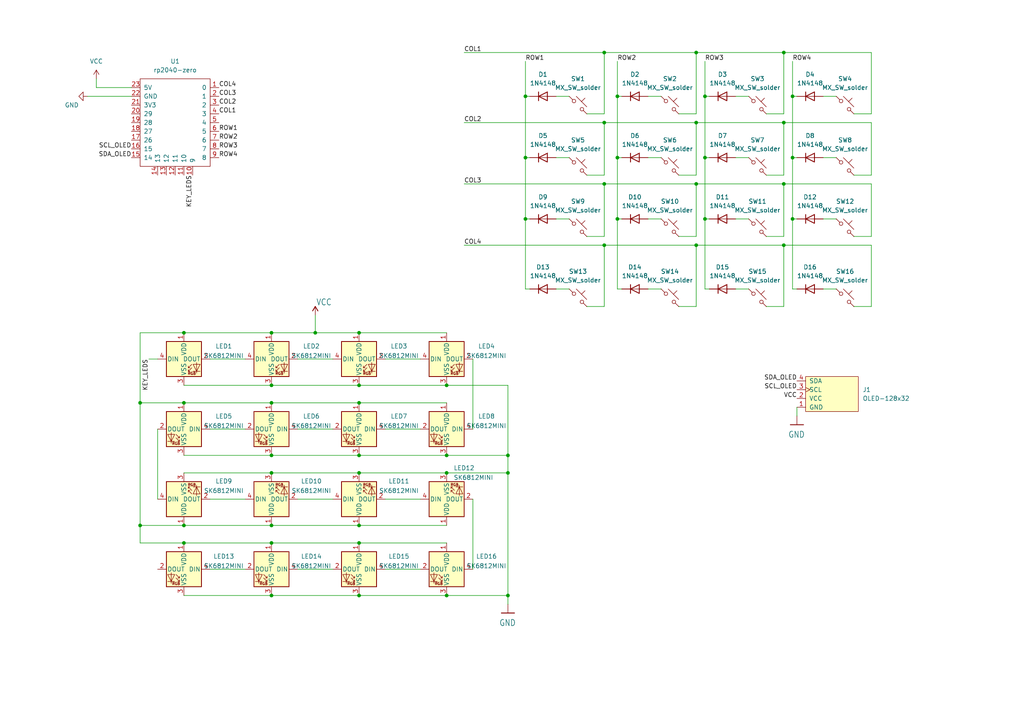
<source format=kicad_sch>
(kicad_sch (version 20230121) (generator eeschema)

  (uuid 1bf4b225-39d3-4ad9-aee8-ac2bb315001e)

  (paper "A4")

  (lib_symbols
    (symbol "Diode:1N4148" (pin_numbers hide) (pin_names hide) (in_bom yes) (on_board yes)
      (property "Reference" "D" (at 0 2.54 0)
        (effects (font (size 1.27 1.27)))
      )
      (property "Value" "1N4148" (at 0 -2.54 0)
        (effects (font (size 1.27 1.27)))
      )
      (property "Footprint" "Diode_THT:D_DO-35_SOD27_P7.62mm_Horizontal" (at 0 0 0)
        (effects (font (size 1.27 1.27)) hide)
      )
      (property "Datasheet" "https://assets.nexperia.com/documents/data-sheet/1N4148_1N4448.pdf" (at 0 0 0)
        (effects (font (size 1.27 1.27)) hide)
      )
      (property "ki_keywords" "diode" (at 0 0 0)
        (effects (font (size 1.27 1.27)) hide)
      )
      (property "ki_description" "100V 0.15A standard switching diode, DO-35" (at 0 0 0)
        (effects (font (size 1.27 1.27)) hide)
      )
      (property "ki_fp_filters" "D*DO?35*" (at 0 0 0)
        (effects (font (size 1.27 1.27)) hide)
      )
      (symbol "1N4148_0_1"
        (polyline
          (pts
            (xy -1.27 1.27)
            (xy -1.27 -1.27)
          )
          (stroke (width 0.254) (type default))
          (fill (type none))
        )
        (polyline
          (pts
            (xy 1.27 0)
            (xy -1.27 0)
          )
          (stroke (width 0) (type default))
          (fill (type none))
        )
        (polyline
          (pts
            (xy 1.27 1.27)
            (xy 1.27 -1.27)
            (xy -1.27 0)
            (xy 1.27 1.27)
          )
          (stroke (width 0.254) (type default))
          (fill (type none))
        )
      )
      (symbol "1N4148_1_1"
        (pin passive line (at -3.81 0 0) (length 2.54)
          (name "K" (effects (font (size 1.27 1.27))))
          (number "1" (effects (font (size 1.27 1.27))))
        )
        (pin passive line (at 3.81 0 180) (length 2.54)
          (name "A" (effects (font (size 1.27 1.27))))
          (number "2" (effects (font (size 1.27 1.27))))
        )
      )
    )
    (symbol "display:OLED-128x32" (pin_names (offset 1.016)) (in_bom yes) (on_board yes)
      (property "Reference" "J" (at 0 -6.35 0)
        (effects (font (size 1.27 1.27)))
      )
      (property "Value" "OLED-128x32" (at 0 6.35 0)
        (effects (font (size 1.27 1.27)))
      )
      (property "Footprint" "display:OLED-128x32-cutout" (at 0 8.89 0)
        (effects (font (size 1.27 1.27)) hide)
      )
      (property "Datasheet" "" (at 0 1.27 0)
        (effects (font (size 1.27 1.27)) hide)
      )
      (symbol "OLED-128x32_0_1"
        (rectangle (start 0 5.08) (end 15.24 -5.08)
          (stroke (width 0) (type default))
          (fill (type background))
        )
      )
      (symbol "OLED-128x32_1_1"
        (pin power_in line (at -2.54 -3.81 0) (length 2.54)
          (name "GND" (effects (font (size 1.27 1.27))))
          (number "1" (effects (font (size 1.27 1.27))))
        )
        (pin power_in line (at -2.54 -1.27 0) (length 2.54)
          (name "VCC" (effects (font (size 1.27 1.27))))
          (number "2" (effects (font (size 1.27 1.27))))
        )
        (pin input clock (at -2.54 1.27 0) (length 2.54)
          (name "SCL" (effects (font (size 1.27 1.27))))
          (number "3" (effects (font (size 1.27 1.27))))
        )
        (pin bidirectional line (at -2.54 3.81 0) (length 2.54)
          (name "SDA" (effects (font (size 1.27 1.27))))
          (number "4" (effects (font (size 1.27 1.27))))
        )
      )
    )
    (symbol "dumbpad-eagle-import:GND" (power) (in_bom yes) (on_board yes)
      (property "Reference" "#GND" (at 0 0 0)
        (effects (font (size 1.27 1.27)) hide)
      )
      (property "Value" "GND" (at -2.54 -2.54 0)
        (effects (font (size 1.778 1.5113)) (justify left bottom))
      )
      (property "Footprint" "dumbpad:" (at 0 0 0)
        (effects (font (size 1.27 1.27)) hide)
      )
      (property "Datasheet" "" (at 0 0 0)
        (effects (font (size 1.27 1.27)) hide)
      )
      (property "ki_locked" "" (at 0 0 0)
        (effects (font (size 1.27 1.27)))
      )
      (symbol "GND_1_0"
        (polyline
          (pts
            (xy -1.905 0)
            (xy 1.905 0)
          )
          (stroke (width 0.254) (type default))
          (fill (type none))
        )
        (pin power_in line (at 0 2.54 270) (length 2.54)
          (name "GND" (effects (font (size 0 0))))
          (number "1" (effects (font (size 0 0))))
        )
      )
    )
    (symbol "dumbpad-eagle-import:VCC" (power) (in_bom yes) (on_board yes)
      (property "Reference" "#SUPPLY" (at 0 0 0)
        (effects (font (size 1.27 1.27)) hide)
      )
      (property "Value" "VCC" (at 0 2.794 0)
        (effects (font (size 1.778 1.5113)) (justify bottom))
      )
      (property "Footprint" "dumbpad:" (at 0 0 0)
        (effects (font (size 1.27 1.27)) hide)
      )
      (property "Datasheet" "" (at 0 0 0)
        (effects (font (size 1.27 1.27)) hide)
      )
      (property "ki_locked" "" (at 0 0 0)
        (effects (font (size 1.27 1.27)))
      )
      (symbol "VCC_1_0"
        (polyline
          (pts
            (xy 0 2.54)
            (xy -0.762 1.27)
          )
          (stroke (width 0.254) (type default))
          (fill (type none))
        )
        (polyline
          (pts
            (xy 0.762 1.27)
            (xy 0 2.54)
          )
          (stroke (width 0.254) (type default))
          (fill (type none))
        )
        (pin power_in line (at 0 0 90) (length 2.54)
          (name "VCC" (effects (font (size 0 0))))
          (number "1" (effects (font (size 0 0))))
        )
      )
    )
    (symbol "dumbpad_lib:SK6812MINI_1" (pin_names (offset 0.254)) (in_bom yes) (on_board yes)
      (property "Reference" "LED1" (at 11.5759 3.7252 0)
        (effects (font (size 1.27 1.27)))
      )
      (property "Value" "SK6812MINI_1" (at 11.5759 0.9501 0)
        (effects (font (size 1.27 1.27)))
      )
      (property "Footprint" "LED_SMD:LED_SK6812MINI_PLCC4_3.5x3.5mm_P1.75mm" (at 1.27 -7.62 0)
        (effects (font (size 1.27 1.27)) (justify left top) hide)
      )
      (property "Datasheet" "https://cdn-shop.adafruit.com/product-files/2686/SK6812MINI_REV.01-1-2.pdf" (at 2.54 -9.525 0)
        (effects (font (size 1.27 1.27)) (justify left top) hide)
      )
      (property "ki_keywords" "RGB LED NeoPixel Mini addressable" (at 0 0 0)
        (effects (font (size 1.27 1.27)) hide)
      )
      (property "ki_description" "RGB LED with integrated controller" (at 0 0 0)
        (effects (font (size 1.27 1.27)) hide)
      )
      (property "ki_fp_filters" "LED*SK6812MINI*PLCC*3.5x3.5mm*P1.75mm*" (at 0 0 0)
        (effects (font (size 1.27 1.27)) hide)
      )
      (symbol "SK6812MINI_1_0_0"
        (text "RGB" (at 2.286 -4.191 0)
          (effects (font (size 0.762 0.762)))
        )
      )
      (symbol "SK6812MINI_1_0_1"
        (polyline
          (pts
            (xy 1.27 -3.556)
            (xy 1.778 -3.556)
          )
          (stroke (width 0) (type default))
          (fill (type none))
        )
        (polyline
          (pts
            (xy 1.27 -2.54)
            (xy 1.778 -2.54)
          )
          (stroke (width 0) (type default))
          (fill (type none))
        )
        (polyline
          (pts
            (xy 4.699 -3.556)
            (xy 2.667 -3.556)
          )
          (stroke (width 0) (type default))
          (fill (type none))
        )
        (polyline
          (pts
            (xy 2.286 -2.54)
            (xy 1.27 -3.556)
            (xy 1.27 -3.048)
          )
          (stroke (width 0) (type default))
          (fill (type none))
        )
        (polyline
          (pts
            (xy 2.286 -1.524)
            (xy 1.27 -2.54)
            (xy 1.27 -2.032)
          )
          (stroke (width 0) (type default))
          (fill (type none))
        )
        (polyline
          (pts
            (xy 3.683 -1.016)
            (xy 3.683 -3.556)
            (xy 3.683 -4.064)
          )
          (stroke (width 0) (type default))
          (fill (type none))
        )
        (polyline
          (pts
            (xy 4.699 -1.524)
            (xy 2.667 -1.524)
            (xy 3.683 -3.556)
            (xy 4.699 -1.524)
          )
          (stroke (width 0) (type default))
          (fill (type none))
        )
        (rectangle (start 5.08 5.08) (end -5.08 -5.08)
          (stroke (width 0.254) (type default))
          (fill (type background))
        )
      )
      (symbol "SK6812MINI_1_1_1"
        (pin power_in line (at 0 7.62 270) (length 2.54)
          (name "VDD" (effects (font (size 1.27 1.27))))
          (number "1" (effects (font (size 1.27 1.27))))
        )
        (pin output line (at 7.62 0 180) (length 2.54)
          (name "DOUT" (effects (font (size 1.27 1.27))))
          (number "2" (effects (font (size 1.27 1.27))))
        )
        (pin power_in line (at 0 -7.62 90) (length 2.54)
          (name "VSS" (effects (font (size 1.27 1.27))))
          (number "3" (effects (font (size 1.27 1.27))))
        )
        (pin input line (at -7.62 0 0) (length 2.54)
          (name "DIN" (effects (font (size 1.27 1.27))))
          (number "4" (effects (font (size 1.27 1.27))))
        )
      )
    )
    (symbol "marbastlib-mx:MX_SW_solder" (pin_numbers hide) (pin_names (offset 1.016) hide) (in_bom yes) (on_board yes)
      (property "Reference" "SW" (at 3.048 1.016 0)
        (effects (font (size 1.27 1.27)) (justify left))
      )
      (property "Value" "MX_SW_solder" (at 0 -3.81 0)
        (effects (font (size 1.27 1.27)))
      )
      (property "Footprint" "marbastlib-mx:SW_MX_1u" (at 0 0 0)
        (effects (font (size 1.27 1.27)) hide)
      )
      (property "Datasheet" "~" (at 0 0 0)
        (effects (font (size 1.27 1.27)) hide)
      )
      (property "ki_keywords" "switch normally-open pushbutton push-button" (at 0 0 0)
        (effects (font (size 1.27 1.27)) hide)
      )
      (property "ki_description" "Push button switch, normally open, two pins, 45° tilted" (at 0 0 0)
        (effects (font (size 1.27 1.27)) hide)
      )
      (symbol "MX_SW_solder_0_1"
        (circle (center -1.1684 1.1684) (radius 0.508)
          (stroke (width 0) (type default))
          (fill (type none))
        )
        (polyline
          (pts
            (xy -0.508 2.54)
            (xy 2.54 -0.508)
          )
          (stroke (width 0) (type default))
          (fill (type none))
        )
        (polyline
          (pts
            (xy 1.016 1.016)
            (xy 2.032 2.032)
          )
          (stroke (width 0) (type default))
          (fill (type none))
        )
        (polyline
          (pts
            (xy -2.54 2.54)
            (xy -1.524 1.524)
            (xy -1.524 1.524)
          )
          (stroke (width 0) (type default))
          (fill (type none))
        )
        (polyline
          (pts
            (xy 1.524 -1.524)
            (xy 2.54 -2.54)
            (xy 2.54 -2.54)
            (xy 2.54 -2.54)
          )
          (stroke (width 0) (type default))
          (fill (type none))
        )
        (circle (center 1.143 -1.1938) (radius 0.508)
          (stroke (width 0) (type default))
          (fill (type none))
        )
        (pin passive line (at -2.54 2.54 0) (length 0)
          (name "1" (effects (font (size 1.27 1.27))))
          (number "1" (effects (font (size 1.27 1.27))))
        )
        (pin passive line (at 2.54 -2.54 180) (length 0)
          (name "2" (effects (font (size 1.27 1.27))))
          (number "2" (effects (font (size 1.27 1.27))))
        )
      )
    )
    (symbol "mcu:rp2040-zero" (pin_names (offset 1.016)) (in_bom yes) (on_board yes)
      (property "Reference" "U" (at 0 15.24 0)
        (effects (font (size 1.27 1.27)))
      )
      (property "Value" "rp2040-zero" (at 0 12.7 0)
        (effects (font (size 1.27 1.27)))
      )
      (property "Footprint" "" (at -8.89 5.08 0)
        (effects (font (size 1.27 1.27)) hide)
      )
      (property "Datasheet" "" (at -8.89 5.08 0)
        (effects (font (size 1.27 1.27)) hide)
      )
      (symbol "rp2040-zero_0_1"
        (rectangle (start -10.16 11.43) (end 10.16 -13.97)
          (stroke (width 0) (type default))
          (fill (type none))
        )
      )
      (symbol "rp2040-zero_1_1"
        (pin bidirectional line (at 12.7 8.89 180) (length 2.54)
          (name "0" (effects (font (size 1.27 1.27))))
          (number "1" (effects (font (size 1.27 1.27))))
        )
        (pin bidirectional line (at 5.08 -16.51 90) (length 2.54)
          (name "9" (effects (font (size 1.27 1.27))))
          (number "10" (effects (font (size 1.27 1.27))))
        )
        (pin bidirectional line (at 2.54 -16.51 90) (length 2.54)
          (name "10" (effects (font (size 1.27 1.27))))
          (number "11" (effects (font (size 1.27 1.27))))
        )
        (pin bidirectional line (at 0 -16.51 90) (length 2.54)
          (name "11" (effects (font (size 1.27 1.27))))
          (number "12" (effects (font (size 1.27 1.27))))
        )
        (pin bidirectional line (at -2.54 -16.51 90) (length 2.54)
          (name "12" (effects (font (size 1.27 1.27))))
          (number "13" (effects (font (size 1.27 1.27))))
        )
        (pin bidirectional line (at -5.08 -16.51 90) (length 2.54)
          (name "13" (effects (font (size 1.27 1.27))))
          (number "14" (effects (font (size 1.27 1.27))))
        )
        (pin bidirectional line (at -12.7 -11.43 0) (length 2.54)
          (name "14" (effects (font (size 1.27 1.27))))
          (number "15" (effects (font (size 1.27 1.27))))
        )
        (pin bidirectional line (at -12.7 -8.89 0) (length 2.54)
          (name "15" (effects (font (size 1.27 1.27))))
          (number "16" (effects (font (size 1.27 1.27))))
        )
        (pin bidirectional line (at -12.7 -6.35 0) (length 2.54)
          (name "26" (effects (font (size 1.27 1.27))))
          (number "17" (effects (font (size 1.27 1.27))))
        )
        (pin bidirectional line (at -12.7 -3.81 0) (length 2.54)
          (name "27" (effects (font (size 1.27 1.27))))
          (number "18" (effects (font (size 1.27 1.27))))
        )
        (pin bidirectional line (at -12.7 -1.27 0) (length 2.54)
          (name "28" (effects (font (size 1.27 1.27))))
          (number "19" (effects (font (size 1.27 1.27))))
        )
        (pin bidirectional line (at 12.7 6.35 180) (length 2.54)
          (name "1" (effects (font (size 1.27 1.27))))
          (number "2" (effects (font (size 1.27 1.27))))
        )
        (pin bidirectional line (at -12.7 1.27 0) (length 2.54)
          (name "29" (effects (font (size 1.27 1.27))))
          (number "20" (effects (font (size 1.27 1.27))))
        )
        (pin power_out line (at -12.7 3.81 0) (length 2.54)
          (name "3V3" (effects (font (size 1.27 1.27))))
          (number "21" (effects (font (size 1.27 1.27))))
        )
        (pin power_out line (at -12.7 6.35 0) (length 2.54)
          (name "GND" (effects (font (size 1.27 1.27))))
          (number "22" (effects (font (size 1.27 1.27))))
        )
        (pin power_out line (at -12.7 8.89 0) (length 2.54)
          (name "5V" (effects (font (size 1.27 1.27))))
          (number "23" (effects (font (size 1.27 1.27))))
        )
        (pin bidirectional line (at 12.7 3.81 180) (length 2.54)
          (name "2" (effects (font (size 1.27 1.27))))
          (number "3" (effects (font (size 1.27 1.27))))
        )
        (pin bidirectional line (at 12.7 1.27 180) (length 2.54)
          (name "3" (effects (font (size 1.27 1.27))))
          (number "4" (effects (font (size 1.27 1.27))))
        )
        (pin bidirectional line (at 12.7 -1.27 180) (length 2.54)
          (name "4" (effects (font (size 1.27 1.27))))
          (number "5" (effects (font (size 1.27 1.27))))
        )
        (pin bidirectional line (at 12.7 -3.81 180) (length 2.54)
          (name "5" (effects (font (size 1.27 1.27))))
          (number "6" (effects (font (size 1.27 1.27))))
        )
        (pin bidirectional line (at 12.7 -6.35 180) (length 2.54)
          (name "6" (effects (font (size 1.27 1.27))))
          (number "7" (effects (font (size 1.27 1.27))))
        )
        (pin bidirectional line (at 12.7 -8.89 180) (length 2.54)
          (name "7" (effects (font (size 1.27 1.27))))
          (number "8" (effects (font (size 1.27 1.27))))
        )
        (pin bidirectional line (at 12.7 -11.43 180) (length 2.54)
          (name "8" (effects (font (size 1.27 1.27))))
          (number "9" (effects (font (size 1.27 1.27))))
        )
      )
    )
    (symbol "power:GND" (power) (pin_names (offset 0)) (in_bom yes) (on_board yes)
      (property "Reference" "#PWR" (at 0 -6.35 0)
        (effects (font (size 1.27 1.27)) hide)
      )
      (property "Value" "GND" (at 0 -3.81 0)
        (effects (font (size 1.27 1.27)))
      )
      (property "Footprint" "" (at 0 0 0)
        (effects (font (size 1.27 1.27)) hide)
      )
      (property "Datasheet" "" (at 0 0 0)
        (effects (font (size 1.27 1.27)) hide)
      )
      (property "ki_keywords" "power-flag" (at 0 0 0)
        (effects (font (size 1.27 1.27)) hide)
      )
      (property "ki_description" "Power symbol creates a global label with name \"GND\" , ground" (at 0 0 0)
        (effects (font (size 1.27 1.27)) hide)
      )
      (symbol "GND_0_1"
        (polyline
          (pts
            (xy 0 0)
            (xy 0 -1.27)
            (xy 1.27 -1.27)
            (xy 0 -2.54)
            (xy -1.27 -1.27)
            (xy 0 -1.27)
          )
          (stroke (width 0) (type default))
          (fill (type none))
        )
      )
      (symbol "GND_1_1"
        (pin power_in line (at 0 0 270) (length 0) hide
          (name "GND" (effects (font (size 1.27 1.27))))
          (number "1" (effects (font (size 1.27 1.27))))
        )
      )
    )
    (symbol "power:VCC" (power) (pin_names (offset 0)) (in_bom yes) (on_board yes)
      (property "Reference" "#PWR" (at 0 -3.81 0)
        (effects (font (size 1.27 1.27)) hide)
      )
      (property "Value" "VCC" (at 0 3.81 0)
        (effects (font (size 1.27 1.27)))
      )
      (property "Footprint" "" (at 0 0 0)
        (effects (font (size 1.27 1.27)) hide)
      )
      (property "Datasheet" "" (at 0 0 0)
        (effects (font (size 1.27 1.27)) hide)
      )
      (property "ki_keywords" "power-flag" (at 0 0 0)
        (effects (font (size 1.27 1.27)) hide)
      )
      (property "ki_description" "Power symbol creates a global label with name \"VCC\"" (at 0 0 0)
        (effects (font (size 1.27 1.27)) hide)
      )
      (symbol "VCC_0_1"
        (polyline
          (pts
            (xy -0.762 1.27)
            (xy 0 2.54)
          )
          (stroke (width 0) (type default))
          (fill (type none))
        )
        (polyline
          (pts
            (xy 0 0)
            (xy 0 2.54)
          )
          (stroke (width 0) (type default))
          (fill (type none))
        )
        (polyline
          (pts
            (xy 0 2.54)
            (xy 0.762 1.27)
          )
          (stroke (width 0) (type default))
          (fill (type none))
        )
      )
      (symbol "VCC_1_1"
        (pin power_in line (at 0 0 90) (length 0) hide
          (name "VCC" (effects (font (size 1.27 1.27))))
          (number "1" (effects (font (size 1.27 1.27))))
        )
      )
    )
  )

  (junction (at 53.34 116.84) (diameter 0) (color 0 0 0 0)
    (uuid 0055a84f-f064-45e6-a5ab-e89b9102c020)
  )
  (junction (at 147.32 172.72) (diameter 0) (color 0 0 0 0)
    (uuid 06030650-6c80-404e-a93b-8e0490b12cf1)
  )
  (junction (at 78.74 96.52) (diameter 0) (color 0 0 0 0)
    (uuid 0800aab5-c290-40be-8842-3693085c784e)
  )
  (junction (at 104.14 116.84) (diameter 0) (color 0 0 0 0)
    (uuid 0b277f02-7046-4807-b37c-510c03046b65)
  )
  (junction (at 78.74 137.16) (diameter 0) (color 0 0 0 0)
    (uuid 0d00b23e-cff3-4dcd-b41c-092f29eed15f)
  )
  (junction (at 40.64 152.4) (diameter 0) (color 0 0 0 0)
    (uuid 0fda66d3-eaae-41e2-b16e-f7d3b2c0f9f2)
  )
  (junction (at 129.54 111.76) (diameter 0) (color 0 0 0 0)
    (uuid 106f194c-4e16-4007-8e2d-dbbf34a5a650)
  )
  (junction (at 78.74 116.84) (diameter 0) (color 0 0 0 0)
    (uuid 10e85ffb-9b9c-4bb7-8fe8-614b4e872dfb)
  )
  (junction (at 175.26 15.24) (diameter 0) (color 0 0 0 0)
    (uuid 147e5ce2-1662-42d2-aaf9-ddc8570a55dd)
  )
  (junction (at 53.34 152.4) (diameter 0) (color 0 0 0 0)
    (uuid 148e334d-4f73-4186-aaed-2ee5f13bd37d)
  )
  (junction (at 152.4 63.5) (diameter 0) (color 0 0 0 0)
    (uuid 14b19634-b7a4-4a9f-bebc-304fdf2d2c07)
  )
  (junction (at 152.4 27.94) (diameter 0) (color 0 0 0 0)
    (uuid 22e02dd4-bc84-485e-a041-75c88cc2e0a9)
  )
  (junction (at 147.32 137.16) (diameter 0) (color 0 0 0 0)
    (uuid 24ca4f93-bd61-4a0c-b19c-37b78afa89f1)
  )
  (junction (at 91.44 96.52) (diameter 0) (color 0 0 0 0)
    (uuid 28fd7b47-6dfd-4422-be6c-66bb38c51b90)
  )
  (junction (at 179.07 63.5) (diameter 0) (color 0 0 0 0)
    (uuid 2f3958ec-b5a3-46d1-b0ea-b3ba0f5f9baa)
  )
  (junction (at 129.54 172.72) (diameter 0) (color 0 0 0 0)
    (uuid 328e713f-3051-462e-9d12-8014f2ff60b4)
  )
  (junction (at 201.93 15.24) (diameter 0) (color 0 0 0 0)
    (uuid 377fc743-7a16-4fe3-8db0-6905fbbbeafe)
  )
  (junction (at 78.74 111.76) (diameter 0) (color 0 0 0 0)
    (uuid 3a5cb5d8-2324-413a-b436-f9077e669403)
  )
  (junction (at 201.93 35.56) (diameter 0) (color 0 0 0 0)
    (uuid 43c83d47-600d-470d-8fa8-a68bbe4c5aef)
  )
  (junction (at 201.93 53.34) (diameter 0) (color 0 0 0 0)
    (uuid 4725a9ea-42bf-4554-8921-d9f479868af3)
  )
  (junction (at 204.47 27.94) (diameter 0) (color 0 0 0 0)
    (uuid 50581702-eda3-44b4-a1d2-c254c1e972d7)
  )
  (junction (at 175.26 35.56) (diameter 0) (color 0 0 0 0)
    (uuid 5ac161cd-e34b-4739-a057-14c5ca7270a4)
  )
  (junction (at 104.14 96.52) (diameter 0) (color 0 0 0 0)
    (uuid 5af45b61-4745-4728-834f-d028c026d2f7)
  )
  (junction (at 229.87 27.94) (diameter 0) (color 0 0 0 0)
    (uuid 5bbcb53e-d792-4816-8a3f-c8838ffcdb6c)
  )
  (junction (at 104.14 152.4) (diameter 0) (color 0 0 0 0)
    (uuid 6529970c-0fb5-45da-ab2c-bac8879087fd)
  )
  (junction (at 78.74 132.08) (diameter 0) (color 0 0 0 0)
    (uuid 6581499a-c922-4432-8638-3dab40ede0b7)
  )
  (junction (at 53.34 157.48) (diameter 0) (color 0 0 0 0)
    (uuid 693f69f0-998c-4ec5-a097-2257e7430211)
  )
  (junction (at 53.34 96.52) (diameter 0) (color 0 0 0 0)
    (uuid 6a0905fa-4f0f-473b-9576-593e169dbf0e)
  )
  (junction (at 129.54 137.16) (diameter 0) (color 0 0 0 0)
    (uuid 6b7cd554-6101-4249-b8d1-4727474d2521)
  )
  (junction (at 152.4 45.72) (diameter 0) (color 0 0 0 0)
    (uuid 717bec4a-7fba-4be7-99aa-c3b681903b2a)
  )
  (junction (at 227.33 53.34) (diameter 0) (color 0 0 0 0)
    (uuid 78fc9642-d614-41b0-97de-906be4c10c37)
  )
  (junction (at 229.87 63.5) (diameter 0) (color 0 0 0 0)
    (uuid 7a6cf3bf-acef-4236-a6dc-e2e8a2ce1469)
  )
  (junction (at 104.14 111.76) (diameter 0) (color 0 0 0 0)
    (uuid 7cf667ed-dca4-4682-b694-5a720396b3eb)
  )
  (junction (at 229.87 45.72) (diameter 0) (color 0 0 0 0)
    (uuid 82d646bf-9f26-43f0-a242-11c6095ac39d)
  )
  (junction (at 227.33 35.56) (diameter 0) (color 0 0 0 0)
    (uuid 8a267f17-2a5a-47af-b113-98e51b6cf505)
  )
  (junction (at 78.74 157.48) (diameter 0) (color 0 0 0 0)
    (uuid 905ea676-52cc-4df2-be9d-c04b71de778a)
  )
  (junction (at 104.14 132.08) (diameter 0) (color 0 0 0 0)
    (uuid 912330fb-2015-4b37-b744-9bb448be092f)
  )
  (junction (at 104.14 157.48) (diameter 0) (color 0 0 0 0)
    (uuid 9274043b-5fb0-4be3-b898-88c28227fc2b)
  )
  (junction (at 227.33 15.24) (diameter 0) (color 0 0 0 0)
    (uuid 99ea635d-c317-428f-aada-9028d9183915)
  )
  (junction (at 129.54 132.08) (diameter 0) (color 0 0 0 0)
    (uuid 9ae4407e-93ed-49e4-aed0-bafa84dc4d10)
  )
  (junction (at 179.07 45.72) (diameter 0) (color 0 0 0 0)
    (uuid a9541396-5347-4b1e-8723-c0b2430b5293)
  )
  (junction (at 147.32 132.08) (diameter 0) (color 0 0 0 0)
    (uuid afe3a084-09b8-4bc8-81fa-1389294e01e3)
  )
  (junction (at 201.93 71.12) (diameter 0) (color 0 0 0 0)
    (uuid b22abd86-ebdf-4024-9e57-8c963d05420e)
  )
  (junction (at 227.33 71.12) (diameter 0) (color 0 0 0 0)
    (uuid bb784d50-7d3c-47c0-96fa-0b45ce992c5f)
  )
  (junction (at 104.14 172.72) (diameter 0) (color 0 0 0 0)
    (uuid bda99d3e-63e1-4dd0-b97e-2bbc6eec13da)
  )
  (junction (at 78.74 152.4) (diameter 0) (color 0 0 0 0)
    (uuid c0ce5265-f133-4fb2-8039-84bc034240d9)
  )
  (junction (at 78.74 172.72) (diameter 0) (color 0 0 0 0)
    (uuid cd7969db-d91f-4f49-bfd7-4ab0103e1dc4)
  )
  (junction (at 40.64 116.84) (diameter 0) (color 0 0 0 0)
    (uuid d1f57923-4276-4485-b5e1-64e001efc905)
  )
  (junction (at 179.07 27.94) (diameter 0) (color 0 0 0 0)
    (uuid d3b2829f-84b5-4c2c-b926-d84654095e4a)
  )
  (junction (at 175.26 53.34) (diameter 0) (color 0 0 0 0)
    (uuid e44232d4-bef6-4f12-83cb-b6a9ec305cfe)
  )
  (junction (at 104.14 137.16) (diameter 0) (color 0 0 0 0)
    (uuid e49c8acc-878e-420a-b972-6317401b3294)
  )
  (junction (at 204.47 63.5) (diameter 0) (color 0 0 0 0)
    (uuid e6ec5e01-ca85-4486-b4d3-de2e3e414586)
  )
  (junction (at 204.47 45.72) (diameter 0) (color 0 0 0 0)
    (uuid e757fe87-2da4-4cc8-9cd9-856ba4761d4d)
  )
  (junction (at 175.26 71.12) (diameter 0) (color 0 0 0 0)
    (uuid fb21284c-f9ca-4953-b579-f53b00ab097c)
  )

  (wire (pts (xy 111.76 124.46) (xy 121.92 124.46))
    (stroke (width 0) (type default))
    (uuid 03524dfd-2a23-4a15-9dba-ee3199add791)
  )
  (wire (pts (xy 227.33 15.24) (xy 252.73 15.24))
    (stroke (width 0) (type default))
    (uuid 04d841bb-7a84-4d2e-bb74-4b6f7355577b)
  )
  (wire (pts (xy 161.29 63.5) (xy 165.1 63.5))
    (stroke (width 0) (type default))
    (uuid 0713bf79-d008-4599-93a4-14f086251b6d)
  )
  (wire (pts (xy 104.14 116.84) (xy 129.54 116.84))
    (stroke (width 0) (type default))
    (uuid 071ccb9a-1542-4060-9d1c-be9994220970)
  )
  (wire (pts (xy 104.14 96.52) (xy 129.54 96.52))
    (stroke (width 0) (type default))
    (uuid 08985bd6-206f-4b21-bc82-9b1696597b77)
  )
  (wire (pts (xy 201.93 35.56) (xy 201.93 50.8))
    (stroke (width 0) (type default))
    (uuid 0b37d39e-9230-417e-bfe2-93b56c7b6816)
  )
  (wire (pts (xy 227.33 53.34) (xy 252.73 53.34))
    (stroke (width 0) (type default))
    (uuid 0d46937c-2777-4558-8aca-25fd39e95f6e)
  )
  (wire (pts (xy 222.25 33.02) (xy 227.33 33.02))
    (stroke (width 0) (type default))
    (uuid 113ec5a0-ad3b-429c-96f4-94bf884db034)
  )
  (wire (pts (xy 213.36 27.94) (xy 217.17 27.94))
    (stroke (width 0) (type default))
    (uuid 1279eed2-d3bf-4145-859c-65cc3d65097e)
  )
  (wire (pts (xy 38.1 25.4) (xy 27.94 25.4))
    (stroke (width 0) (type default))
    (uuid 13628822-a868-4148-8f4b-10b180c97d9d)
  )
  (wire (pts (xy 175.26 35.56) (xy 201.93 35.56))
    (stroke (width 0) (type default))
    (uuid 1388e54a-2200-4449-a0ec-dd6b0bb76a3f)
  )
  (wire (pts (xy 161.29 27.94) (xy 165.1 27.94))
    (stroke (width 0) (type default))
    (uuid 14b6d735-a6c5-45df-9a73-e619d8fc5ba3)
  )
  (wire (pts (xy 247.65 50.8) (xy 252.73 50.8))
    (stroke (width 0) (type default))
    (uuid 1aa1e2b8-dfc1-45cf-90a6-e3fef5c1e4b5)
  )
  (wire (pts (xy 78.74 96.52) (xy 91.44 96.52))
    (stroke (width 0) (type default))
    (uuid 1b2a183a-1143-4693-a201-0707f9a2bc18)
  )
  (wire (pts (xy 134.62 53.34) (xy 175.26 53.34))
    (stroke (width 0) (type default))
    (uuid 1b9f61d2-8237-462a-8d99-32a2bee41c2b)
  )
  (wire (pts (xy 86.36 165.1) (xy 96.52 165.1))
    (stroke (width 0) (type default))
    (uuid 1cca6663-c74f-4cba-a263-2973afdf2631)
  )
  (wire (pts (xy 60.96 124.46) (xy 71.12 124.46))
    (stroke (width 0) (type default))
    (uuid 1cf05a25-8381-4645-b58a-c04c06c906a2)
  )
  (wire (pts (xy 196.85 50.8) (xy 201.93 50.8))
    (stroke (width 0) (type default))
    (uuid 228b2cbd-61f7-4842-8c3c-96802d8c5caf)
  )
  (wire (pts (xy 227.33 53.34) (xy 227.33 68.58))
    (stroke (width 0) (type default))
    (uuid 24828fff-7632-4074-97a6-4651758ca303)
  )
  (wire (pts (xy 179.07 83.82) (xy 180.34 83.82))
    (stroke (width 0) (type default))
    (uuid 256e06bb-1ab2-440a-9df7-c56d510e5c6e)
  )
  (wire (pts (xy 222.25 88.9) (xy 227.33 88.9))
    (stroke (width 0) (type default))
    (uuid 2a9daf45-421a-4517-b01a-ccf328c72ca5)
  )
  (wire (pts (xy 238.76 27.94) (xy 242.57 27.94))
    (stroke (width 0) (type default))
    (uuid 2bc180c7-dbb8-46eb-b6cc-7f7518a4da7b)
  )
  (wire (pts (xy 152.4 27.94) (xy 153.67 27.94))
    (stroke (width 0) (type default))
    (uuid 2d1bb3e5-217b-4029-bb16-58d143e441f1)
  )
  (wire (pts (xy 204.47 63.5) (xy 205.74 63.5))
    (stroke (width 0) (type default))
    (uuid 2e52ee01-e29e-417e-83c3-916a704c708a)
  )
  (wire (pts (xy 175.26 35.56) (xy 175.26 50.8))
    (stroke (width 0) (type default))
    (uuid 2f94cb58-a6cf-4671-9bfc-9875cbfca83c)
  )
  (wire (pts (xy 229.87 45.72) (xy 229.87 63.5))
    (stroke (width 0) (type default))
    (uuid 30552a94-31c2-48ff-a3de-58f2900fb73e)
  )
  (wire (pts (xy 229.87 27.94) (xy 231.14 27.94))
    (stroke (width 0) (type default))
    (uuid 30b4c11c-5cfd-4642-86b2-e28a9f331875)
  )
  (wire (pts (xy 147.32 137.16) (xy 147.32 172.72))
    (stroke (width 0) (type default))
    (uuid 35c47f11-5d83-49b7-8136-6c67fa97e3b5)
  )
  (wire (pts (xy 247.65 68.58) (xy 252.73 68.58))
    (stroke (width 0) (type default))
    (uuid 36408a77-4dd7-4327-b8e8-bdbefe57988b)
  )
  (wire (pts (xy 229.87 63.5) (xy 229.87 83.82))
    (stroke (width 0) (type default))
    (uuid 3764dd74-61b8-436d-afa1-ac613aeec047)
  )
  (wire (pts (xy 222.25 50.8) (xy 227.33 50.8))
    (stroke (width 0) (type default))
    (uuid 378953b1-4e13-4b53-b8c5-61a90c34596e)
  )
  (wire (pts (xy 78.74 157.48) (xy 104.14 157.48))
    (stroke (width 0) (type default))
    (uuid 3872bdcf-2b83-48c3-a402-20e9662e2e2a)
  )
  (wire (pts (xy 104.14 132.08) (xy 129.54 132.08))
    (stroke (width 0) (type default))
    (uuid 39eeb988-cf10-4135-91dc-e0aa5e3870dc)
  )
  (wire (pts (xy 175.26 15.24) (xy 175.26 33.02))
    (stroke (width 0) (type default))
    (uuid 3b170104-29f0-4cdc-96ee-9e76486c6074)
  )
  (wire (pts (xy 179.07 27.94) (xy 179.07 45.72))
    (stroke (width 0) (type default))
    (uuid 3b67b102-9834-4d86-a5b4-590632ee77de)
  )
  (wire (pts (xy 25.4 27.94) (xy 38.1 27.94))
    (stroke (width 0) (type default))
    (uuid 3c1efc23-c51f-41d4-b3f8-86bf45069355)
  )
  (wire (pts (xy 147.32 111.76) (xy 147.32 132.08))
    (stroke (width 0) (type default))
    (uuid 3cb0d6bf-7bb7-47f2-ac7b-8f9be448a47c)
  )
  (wire (pts (xy 27.94 22.86) (xy 27.94 25.4))
    (stroke (width 0) (type default))
    (uuid 3cd4bb6f-7827-424d-af18-69692ee8a9c5)
  )
  (wire (pts (xy 40.64 96.52) (xy 40.64 116.84))
    (stroke (width 0) (type default))
    (uuid 3d048b82-13f8-41b5-ae0c-4930b0190d80)
  )
  (wire (pts (xy 204.47 27.94) (xy 205.74 27.94))
    (stroke (width 0) (type default))
    (uuid 3dcf0997-f06c-4ec5-89c6-adbe76d441a5)
  )
  (wire (pts (xy 201.93 71.12) (xy 227.33 71.12))
    (stroke (width 0) (type default))
    (uuid 3f19106c-cab3-4370-92bc-71ed797bd48f)
  )
  (wire (pts (xy 53.34 157.48) (xy 78.74 157.48))
    (stroke (width 0) (type default))
    (uuid 402a8158-753a-4659-9fe2-e5935833ba56)
  )
  (wire (pts (xy 40.64 96.52) (xy 53.34 96.52))
    (stroke (width 0) (type default))
    (uuid 4137ce91-be10-4ea7-99c8-8d4b65e97704)
  )
  (wire (pts (xy 196.85 88.9) (xy 201.93 88.9))
    (stroke (width 0) (type default))
    (uuid 41e9221c-ee0a-4127-bab0-80ed5ce9450a)
  )
  (wire (pts (xy 229.87 63.5) (xy 231.14 63.5))
    (stroke (width 0) (type default))
    (uuid 44125e05-5113-40d6-9679-a3e026354d30)
  )
  (wire (pts (xy 187.96 27.94) (xy 191.77 27.94))
    (stroke (width 0) (type default))
    (uuid 47b8c5aa-465b-4566-9fbb-59ea369cac6d)
  )
  (wire (pts (xy 104.14 157.48) (xy 129.54 157.48))
    (stroke (width 0) (type default))
    (uuid 4b7b5587-0fe3-40bc-8d34-ec72877388ff)
  )
  (wire (pts (xy 227.33 35.56) (xy 252.73 35.56))
    (stroke (width 0) (type default))
    (uuid 4c574344-06cd-42ba-850f-84b5d2b50a25)
  )
  (wire (pts (xy 40.64 116.84) (xy 40.64 152.4))
    (stroke (width 0) (type default))
    (uuid 4cbc3dba-8941-4836-a73a-059e180b1568)
  )
  (wire (pts (xy 229.87 17.78) (xy 229.87 27.94))
    (stroke (width 0) (type default))
    (uuid 52958647-66d4-4fc7-870e-0209f7955bf9)
  )
  (wire (pts (xy 187.96 63.5) (xy 191.77 63.5))
    (stroke (width 0) (type default))
    (uuid 561766f9-5592-485a-b483-d7ee4718b8d5)
  )
  (wire (pts (xy 175.26 53.34) (xy 175.26 68.58))
    (stroke (width 0) (type default))
    (uuid 564f4ec3-aa47-40f1-8f85-ce75569fa482)
  )
  (wire (pts (xy 238.76 45.72) (xy 242.57 45.72))
    (stroke (width 0) (type default))
    (uuid 565e4411-f7ec-49d6-b3bd-ca283b16fde2)
  )
  (wire (pts (xy 196.85 68.58) (xy 201.93 68.58))
    (stroke (width 0) (type default))
    (uuid 56b0ac6e-24f2-4b29-a138-ecba04dc62f5)
  )
  (wire (pts (xy 175.26 71.12) (xy 175.26 88.9))
    (stroke (width 0) (type default))
    (uuid 59b26e3c-9c4e-4320-a916-f8dba5dd958e)
  )
  (wire (pts (xy 179.07 45.72) (xy 180.34 45.72))
    (stroke (width 0) (type default))
    (uuid 59dc6212-c358-45e9-a41b-3a39cb5d78cc)
  )
  (wire (pts (xy 53.34 157.48) (xy 40.64 157.48))
    (stroke (width 0) (type default))
    (uuid 5a9b97c6-ba5d-4afb-bf0b-3cd68c1ff6f4)
  )
  (wire (pts (xy 179.07 17.78) (xy 179.07 27.94))
    (stroke (width 0) (type default))
    (uuid 5add38ae-5182-4c01-8274-73c9244aa6b2)
  )
  (wire (pts (xy 60.96 144.78) (xy 71.12 144.78))
    (stroke (width 0) (type default))
    (uuid 5ae226e2-eee9-4cfe-8d0a-8dae2e27daf1)
  )
  (wire (pts (xy 204.47 45.72) (xy 204.47 63.5))
    (stroke (width 0) (type default))
    (uuid 5dcc536b-47ce-422a-9a05-b2ccbc133702)
  )
  (wire (pts (xy 111.76 144.78) (xy 121.92 144.78))
    (stroke (width 0) (type default))
    (uuid 5e6f28c6-f0a5-42db-89c0-a5b563744a66)
  )
  (wire (pts (xy 104.14 172.72) (xy 129.54 172.72))
    (stroke (width 0) (type default))
    (uuid 5f52c1c4-75c3-47d1-86f8-e897c4d5154a)
  )
  (wire (pts (xy 187.96 45.72) (xy 191.77 45.72))
    (stroke (width 0) (type default))
    (uuid 5fc7624f-1292-46df-a8aa-75d75d18b941)
  )
  (wire (pts (xy 170.18 88.9) (xy 175.26 88.9))
    (stroke (width 0) (type default))
    (uuid 60bc0bab-390e-4815-8bd5-b1da68bfa52a)
  )
  (wire (pts (xy 53.34 137.16) (xy 78.74 137.16))
    (stroke (width 0) (type default))
    (uuid 623c8b8d-8499-4765-b3cb-0f22bffe0a28)
  )
  (wire (pts (xy 137.16 144.78) (xy 137.16 165.1))
    (stroke (width 0) (type default))
    (uuid 628a53f3-b84f-4d52-a133-639c6a029451)
  )
  (wire (pts (xy 201.93 15.24) (xy 227.33 15.24))
    (stroke (width 0) (type default))
    (uuid 63ac272f-5f7b-4e45-be11-4f18afea2650)
  )
  (wire (pts (xy 86.36 144.78) (xy 96.52 144.78))
    (stroke (width 0) (type default))
    (uuid 652b8ee6-02ab-4f4a-b016-b6362be79eb1)
  )
  (wire (pts (xy 231.14 118.11) (xy 231.14 120.65))
    (stroke (width 0) (type default))
    (uuid 65881f5c-d32b-461a-b8b1-e22251f8f3aa)
  )
  (wire (pts (xy 179.07 27.94) (xy 180.34 27.94))
    (stroke (width 0) (type default))
    (uuid 67122691-9391-4a8a-a8f6-43503b33cf6f)
  )
  (wire (pts (xy 152.4 17.78) (xy 152.4 27.94))
    (stroke (width 0) (type default))
    (uuid 674f7892-f438-4cec-85f2-29261bd5d6d2)
  )
  (wire (pts (xy 86.36 104.14) (xy 96.52 104.14))
    (stroke (width 0) (type default))
    (uuid 67d19617-a609-4283-884e-c6db80ae976a)
  )
  (wire (pts (xy 227.33 35.56) (xy 227.33 50.8))
    (stroke (width 0) (type default))
    (uuid 67e5b78f-92fe-4383-b366-5f0a427a13c3)
  )
  (wire (pts (xy 86.36 124.46) (xy 96.52 124.46))
    (stroke (width 0) (type default))
    (uuid 682d05f8-48ee-4e84-86b2-f006ff21d54f)
  )
  (wire (pts (xy 201.93 53.34) (xy 227.33 53.34))
    (stroke (width 0) (type default))
    (uuid 6a0f7ded-d6b6-4f9f-82d7-d55b13ac120b)
  )
  (wire (pts (xy 40.64 116.84) (xy 53.34 116.84))
    (stroke (width 0) (type default))
    (uuid 6aa65d27-147e-4c12-aa1d-079e6567a1e7)
  )
  (wire (pts (xy 152.4 63.5) (xy 153.67 63.5))
    (stroke (width 0) (type default))
    (uuid 6d55c5fb-3f9a-4d31-a7db-4cf3267c5473)
  )
  (wire (pts (xy 179.07 63.5) (xy 179.07 83.82))
    (stroke (width 0) (type default))
    (uuid 6d896782-50c9-4eb2-960a-6f55e25af823)
  )
  (wire (pts (xy 152.4 63.5) (xy 152.4 83.82))
    (stroke (width 0) (type default))
    (uuid 6dc95aa5-d910-4c3e-82b0-1d0d921834b1)
  )
  (wire (pts (xy 179.07 45.72) (xy 179.07 63.5))
    (stroke (width 0) (type default))
    (uuid 6e077ac0-6276-4e59-83b2-1e942e3bbd12)
  )
  (wire (pts (xy 229.87 45.72) (xy 231.14 45.72))
    (stroke (width 0) (type default))
    (uuid 6ffbf19e-0055-46c2-b516-bddc137d6195)
  )
  (wire (pts (xy 111.76 104.14) (xy 121.92 104.14))
    (stroke (width 0) (type default))
    (uuid 7112e253-eec2-4aa3-96fc-e9d44505e73a)
  )
  (wire (pts (xy 252.73 68.58) (xy 252.73 53.34))
    (stroke (width 0) (type default))
    (uuid 722ee0da-f8d8-400a-81cb-b59d6053a212)
  )
  (wire (pts (xy 147.32 172.72) (xy 147.32 175.26))
    (stroke (width 0) (type default))
    (uuid 74a01cbf-2011-481f-a582-09500433396e)
  )
  (wire (pts (xy 129.54 172.72) (xy 147.32 172.72))
    (stroke (width 0) (type default))
    (uuid 78499a17-d5f7-4de2-9204-97c50afc1461)
  )
  (wire (pts (xy 201.93 35.56) (xy 227.33 35.56))
    (stroke (width 0) (type default))
    (uuid 7f0064c2-6aab-4b37-b78a-114cb50a9055)
  )
  (wire (pts (xy 170.18 50.8) (xy 175.26 50.8))
    (stroke (width 0) (type default))
    (uuid 80404546-501f-4097-9d50-66029c3aeda1)
  )
  (wire (pts (xy 40.64 152.4) (xy 53.34 152.4))
    (stroke (width 0) (type default))
    (uuid 846eadaf-9107-41be-96be-990cd2a04c2b)
  )
  (wire (pts (xy 53.34 116.84) (xy 78.74 116.84))
    (stroke (width 0) (type default))
    (uuid 855922b4-383c-49de-9dd5-0718a0364d18)
  )
  (wire (pts (xy 43.18 104.14) (xy 45.72 104.14))
    (stroke (width 0) (type default))
    (uuid 886b158d-ad33-4548-8976-16bd19ae1940)
  )
  (wire (pts (xy 204.47 63.5) (xy 204.47 83.82))
    (stroke (width 0) (type default))
    (uuid 89a37136-bcbb-45d4-9985-6b50c30e330e)
  )
  (wire (pts (xy 111.76 165.1) (xy 121.92 165.1))
    (stroke (width 0) (type default))
    (uuid 8b18daea-0162-451b-bd49-7653681d64f2)
  )
  (wire (pts (xy 53.34 172.72) (xy 78.74 172.72))
    (stroke (width 0) (type default))
    (uuid 8e02119b-0c31-493e-a86a-11d6aa210125)
  )
  (wire (pts (xy 227.33 71.12) (xy 252.73 71.12))
    (stroke (width 0) (type default))
    (uuid 8e459a9a-472d-4d0b-94ce-629af376f966)
  )
  (wire (pts (xy 78.74 116.84) (xy 104.14 116.84))
    (stroke (width 0) (type default))
    (uuid 8f68eb51-e659-445e-b4ff-aaca81740df9)
  )
  (wire (pts (xy 252.73 33.02) (xy 252.73 15.24))
    (stroke (width 0) (type default))
    (uuid 8fc0c663-f482-497a-81aa-6e6c14370712)
  )
  (wire (pts (xy 227.33 71.12) (xy 227.33 88.9))
    (stroke (width 0) (type default))
    (uuid 905b5d02-137f-4038-ac6d-c1f9b3246ca3)
  )
  (wire (pts (xy 104.14 152.4) (xy 129.54 152.4))
    (stroke (width 0) (type default))
    (uuid 929131a1-2954-4eb9-beab-e658886de051)
  )
  (wire (pts (xy 134.62 15.24) (xy 175.26 15.24))
    (stroke (width 0) (type default))
    (uuid 941eb07f-fb1e-41d9-bb53-a0891c747296)
  )
  (wire (pts (xy 78.74 172.72) (xy 104.14 172.72))
    (stroke (width 0) (type default))
    (uuid 95fc65c1-a12d-42c7-9078-30e2731935fa)
  )
  (wire (pts (xy 129.54 137.16) (xy 147.32 137.16))
    (stroke (width 0) (type default))
    (uuid 96fbcdae-41ec-4586-a933-82819a82aa32)
  )
  (wire (pts (xy 152.4 45.72) (xy 153.67 45.72))
    (stroke (width 0) (type default))
    (uuid 9b680437-250e-4c70-b8a7-5e84494dd60e)
  )
  (wire (pts (xy 53.34 132.08) (xy 78.74 132.08))
    (stroke (width 0) (type default))
    (uuid 9cfb37f5-8a8e-405d-8737-d92d22e0332f)
  )
  (wire (pts (xy 201.93 71.12) (xy 201.93 88.9))
    (stroke (width 0) (type default))
    (uuid 9f6de7f5-83db-4e68-bbec-e89942a44e72)
  )
  (wire (pts (xy 104.14 137.16) (xy 129.54 137.16))
    (stroke (width 0) (type default))
    (uuid a66aed34-3a80-4f13-8227-6de418a2253a)
  )
  (wire (pts (xy 175.26 53.34) (xy 201.93 53.34))
    (stroke (width 0) (type default))
    (uuid a6eb424e-1c7f-4250-8f1b-bf4dd60c5c77)
  )
  (wire (pts (xy 213.36 45.72) (xy 217.17 45.72))
    (stroke (width 0) (type default))
    (uuid a90d5356-0eb2-4e39-85d2-7740252e063a)
  )
  (wire (pts (xy 129.54 132.08) (xy 147.32 132.08))
    (stroke (width 0) (type default))
    (uuid a9bc3b36-07fe-48a6-a24b-12f137940684)
  )
  (wire (pts (xy 91.44 91.44) (xy 91.44 96.52))
    (stroke (width 0) (type default))
    (uuid aa5c69f7-2d5d-4056-9e2b-3ff38c58974d)
  )
  (wire (pts (xy 60.96 104.14) (xy 71.12 104.14))
    (stroke (width 0) (type default))
    (uuid abddcf89-d5e8-4538-a251-08b121f787bf)
  )
  (wire (pts (xy 170.18 68.58) (xy 175.26 68.58))
    (stroke (width 0) (type default))
    (uuid aca019c5-ec93-4aae-9d1f-c4d526e08d17)
  )
  (wire (pts (xy 229.87 27.94) (xy 229.87 45.72))
    (stroke (width 0) (type default))
    (uuid ad5bf3cb-d660-4ed2-951e-56e4f91b3be8)
  )
  (wire (pts (xy 229.87 83.82) (xy 231.14 83.82))
    (stroke (width 0) (type default))
    (uuid b0b78ca3-7588-4c59-99f8-703d28473320)
  )
  (wire (pts (xy 91.44 96.52) (xy 104.14 96.52))
    (stroke (width 0) (type default))
    (uuid b0ca42fd-631b-4206-87df-074be7af69b8)
  )
  (wire (pts (xy 247.65 88.9) (xy 252.73 88.9))
    (stroke (width 0) (type default))
    (uuid b10a043a-7f55-4657-8353-d1daa69c1974)
  )
  (wire (pts (xy 152.4 45.72) (xy 152.4 63.5))
    (stroke (width 0) (type default))
    (uuid b20d82fc-8847-436a-963b-9558bfa59e3b)
  )
  (wire (pts (xy 179.07 63.5) (xy 180.34 63.5))
    (stroke (width 0) (type default))
    (uuid b3347347-5810-4a74-894b-82c0192d09df)
  )
  (wire (pts (xy 238.76 83.82) (xy 242.57 83.82))
    (stroke (width 0) (type default))
    (uuid b4b5b88d-118c-4bbb-820e-3cd40055c83e)
  )
  (wire (pts (xy 78.74 132.08) (xy 104.14 132.08))
    (stroke (width 0) (type default))
    (uuid b4e4afbc-a52f-4072-bc8a-23d8e585b862)
  )
  (wire (pts (xy 204.47 17.78) (xy 204.47 27.94))
    (stroke (width 0) (type default))
    (uuid b56bc0fd-0822-4790-be5d-cf03987d70cb)
  )
  (wire (pts (xy 204.47 27.94) (xy 204.47 45.72))
    (stroke (width 0) (type default))
    (uuid b87c58b2-ef67-4301-9fba-59afe082f6fb)
  )
  (wire (pts (xy 252.73 88.9) (xy 252.73 71.12))
    (stroke (width 0) (type default))
    (uuid b8ad9579-e587-4ea9-9071-ea432d9012f2)
  )
  (wire (pts (xy 147.32 132.08) (xy 147.32 137.16))
    (stroke (width 0) (type default))
    (uuid ba22c52e-d342-4b7b-bb33-da62c4d227fa)
  )
  (wire (pts (xy 161.29 45.72) (xy 165.1 45.72))
    (stroke (width 0) (type default))
    (uuid bac30a3e-0f11-4e85-bc50-538c69014075)
  )
  (wire (pts (xy 222.25 68.58) (xy 227.33 68.58))
    (stroke (width 0) (type default))
    (uuid bdd4df6b-8581-483e-ad86-cbf8bf439dd0)
  )
  (wire (pts (xy 60.96 165.1) (xy 71.12 165.1))
    (stroke (width 0) (type default))
    (uuid be5d6a2a-98b3-4fb4-a893-4564166b9894)
  )
  (wire (pts (xy 201.93 53.34) (xy 201.93 68.58))
    (stroke (width 0) (type default))
    (uuid be6021ba-2c8d-42eb-a0b5-db980a8e1398)
  )
  (wire (pts (xy 204.47 83.82) (xy 205.74 83.82))
    (stroke (width 0) (type default))
    (uuid beb1f661-2b82-43a2-ad20-1f0d009aac2b)
  )
  (wire (pts (xy 137.16 104.14) (xy 137.16 124.46))
    (stroke (width 0) (type default))
    (uuid c5c4c457-adac-4585-9cad-e586f1867677)
  )
  (wire (pts (xy 204.47 45.72) (xy 205.74 45.72))
    (stroke (width 0) (type default))
    (uuid c9d011fb-b97e-43b1-a56a-389a38e9e421)
  )
  (wire (pts (xy 201.93 15.24) (xy 201.93 33.02))
    (stroke (width 0) (type default))
    (uuid ca520217-3e92-4c93-99c1-52a9f60db4d5)
  )
  (wire (pts (xy 134.62 71.12) (xy 175.26 71.12))
    (stroke (width 0) (type default))
    (uuid ca56a41e-2236-46e3-abad-a162cb8eb8fd)
  )
  (wire (pts (xy 238.76 63.5) (xy 242.57 63.5))
    (stroke (width 0) (type default))
    (uuid caeb1d5c-74c6-4d85-8571-7dc6e7835820)
  )
  (wire (pts (xy 53.34 111.76) (xy 78.74 111.76))
    (stroke (width 0) (type default))
    (uuid cff42efc-959d-4fc4-9821-fdfeeec9d165)
  )
  (wire (pts (xy 53.34 152.4) (xy 78.74 152.4))
    (stroke (width 0) (type default))
    (uuid d0a4a197-ee87-44a3-9e92-b6428f5be353)
  )
  (wire (pts (xy 40.64 152.4) (xy 40.64 157.48))
    (stroke (width 0) (type default))
    (uuid d4939bee-96fe-430e-a68a-75884fb8048d)
  )
  (wire (pts (xy 247.65 33.02) (xy 252.73 33.02))
    (stroke (width 0) (type default))
    (uuid d8bccf26-41bc-487c-92fe-cb205c820a95)
  )
  (wire (pts (xy 104.14 111.76) (xy 129.54 111.76))
    (stroke (width 0) (type default))
    (uuid da6f11e1-f949-48f2-a977-1d6dbcf87847)
  )
  (wire (pts (xy 78.74 137.16) (xy 104.14 137.16))
    (stroke (width 0) (type default))
    (uuid dab268f8-afd5-4d2b-b981-92ab8f36ada4)
  )
  (wire (pts (xy 252.73 50.8) (xy 252.73 35.56))
    (stroke (width 0) (type default))
    (uuid dee8ac3c-b35c-4acb-84f2-0fec5c6a6c1e)
  )
  (wire (pts (xy 175.26 71.12) (xy 201.93 71.12))
    (stroke (width 0) (type default))
    (uuid e13b520e-7193-4629-8787-e26885680a54)
  )
  (wire (pts (xy 78.74 152.4) (xy 104.14 152.4))
    (stroke (width 0) (type default))
    (uuid e2413df8-af9f-4290-b94b-ff6e6ee8d430)
  )
  (wire (pts (xy 213.36 83.82) (xy 217.17 83.82))
    (stroke (width 0) (type default))
    (uuid e324dd14-3e7d-4dc7-ab07-8a0bb3a449ab)
  )
  (wire (pts (xy 152.4 27.94) (xy 152.4 45.72))
    (stroke (width 0) (type default))
    (uuid e3aeab0b-3e7c-4fa0-a185-bf8a6f6a9ff5)
  )
  (wire (pts (xy 45.72 124.46) (xy 45.72 144.78))
    (stroke (width 0) (type default))
    (uuid e438c30c-f296-4126-b1f0-43719a822c91)
  )
  (wire (pts (xy 152.4 83.82) (xy 153.67 83.82))
    (stroke (width 0) (type default))
    (uuid e6d995db-bb0d-48d8-8bd6-d9fe145eb58a)
  )
  (wire (pts (xy 175.26 15.24) (xy 201.93 15.24))
    (stroke (width 0) (type default))
    (uuid edca8766-0548-43f5-9a5e-da6f02863966)
  )
  (wire (pts (xy 187.96 83.82) (xy 191.77 83.82))
    (stroke (width 0) (type default))
    (uuid ee0a76fe-bebc-4f80-a740-e76427691a25)
  )
  (wire (pts (xy 78.74 111.76) (xy 104.14 111.76))
    (stroke (width 0) (type default))
    (uuid ef0d3a15-aa5e-40b9-bb32-dec6a524a341)
  )
  (wire (pts (xy 170.18 33.02) (xy 175.26 33.02))
    (stroke (width 0) (type default))
    (uuid f081624b-a55d-45a1-9328-83262f1d920a)
  )
  (wire (pts (xy 161.29 83.82) (xy 165.1 83.82))
    (stroke (width 0) (type default))
    (uuid f40e0e4d-86c4-4637-a719-d2d202d586d1)
  )
  (wire (pts (xy 196.85 33.02) (xy 201.93 33.02))
    (stroke (width 0) (type default))
    (uuid fa97f102-d179-4d98-8a5d-d637efe786d3)
  )
  (wire (pts (xy 213.36 63.5) (xy 217.17 63.5))
    (stroke (width 0) (type default))
    (uuid fab24c7b-61a5-478e-a0f3-d3d81be67b21)
  )
  (wire (pts (xy 129.54 111.76) (xy 147.32 111.76))
    (stroke (width 0) (type default))
    (uuid fd687026-e08d-4862-843b-7ede4d49eab7)
  )
  (wire (pts (xy 53.34 96.52) (xy 78.74 96.52))
    (stroke (width 0) (type default))
    (uuid fdd68e06-0d56-42ba-b5ab-4b16fbab961a)
  )
  (wire (pts (xy 227.33 15.24) (xy 227.33 33.02))
    (stroke (width 0) (type default))
    (uuid ffa2ae97-4a2d-4c74-866d-3da0c2e6d9e7)
  )
  (wire (pts (xy 134.62 35.56) (xy 175.26 35.56))
    (stroke (width 0) (type default))
    (uuid ffdc0ee8-b0b2-4876-9f78-d3f458eba7bf)
  )

  (label "SDA_OLED" (at 38.1 45.72 180) (fields_autoplaced)
    (effects (font (size 1.27 1.27)) (justify right bottom))
    (uuid 01593390-bd8f-4570-9fd4-bd5c173d73d7)
  )
  (label "ROW4" (at 229.87 17.78 0) (fields_autoplaced)
    (effects (font (size 1.27 1.27)) (justify left bottom))
    (uuid 0a996172-4718-4384-b201-8a201328bdbe)
  )
  (label "ROW2" (at 63.5 40.64 0) (fields_autoplaced)
    (effects (font (size 1.27 1.27)) (justify left bottom))
    (uuid 1cb15f11-f5a1-419e-a043-a24dfa024589)
  )
  (label "ROW4" (at 63.5 45.72 0) (fields_autoplaced)
    (effects (font (size 1.27 1.27)) (justify left bottom))
    (uuid 229a05df-3c78-4d91-ba10-5a199adc62dd)
  )
  (label "KEY_LEDS" (at 43.18 104.14 270) (fields_autoplaced)
    (effects (font (size 1.2446 1.2446)) (justify right bottom))
    (uuid 232383f6-1af1-4aed-8b29-cd405be6ad05)
  )
  (label "ROW2" (at 179.07 17.78 0) (fields_autoplaced)
    (effects (font (size 1.27 1.27)) (justify left bottom))
    (uuid 272b28b0-ca0d-458b-8927-e00ad80b7de4)
  )
  (label "COL2" (at 63.5 30.48 0) (fields_autoplaced)
    (effects (font (size 1.27 1.27)) (justify left bottom))
    (uuid 2c298def-9b44-4681-8eb2-0017e3a0f7ff)
  )
  (label "VCC" (at 231.14 115.57 180) (fields_autoplaced)
    (effects (font (size 1.27 1.27)) (justify right bottom))
    (uuid 31a07514-11c3-4e02-aca9-99b921577e60)
  )
  (label "COL2" (at 134.62 35.56 0) (fields_autoplaced)
    (effects (font (size 1.27 1.27)) (justify left bottom))
    (uuid 328a82fc-7a84-4790-813e-683637c94b00)
  )
  (label "COL3" (at 134.62 53.34 0) (fields_autoplaced)
    (effects (font (size 1.27 1.27)) (justify left bottom))
    (uuid 381c8d7c-9c67-44af-8b3b-7dba54a928c6)
  )
  (label "SDA_OLED" (at 231.14 110.49 180) (fields_autoplaced)
    (effects (font (size 1.27 1.27)) (justify right bottom))
    (uuid 3a6d23e7-8137-4424-9871-b3f5519fd8dd)
  )
  (label "COL4" (at 134.62 71.12 0) (fields_autoplaced)
    (effects (font (size 1.27 1.27)) (justify left bottom))
    (uuid 3c8552f6-cb75-4643-9a85-afca5b07f7f6)
  )
  (label "SCL_OLED" (at 231.14 113.03 180) (fields_autoplaced)
    (effects (font (size 1.27 1.27)) (justify right bottom))
    (uuid 618877f6-f161-4a1f-af6f-8ce18f21c61b)
  )
  (label "KEY_LEDS" (at 55.88 50.8 270) (fields_autoplaced)
    (effects (font (size 1.27 1.27)) (justify right bottom))
    (uuid 6b3647eb-0cb0-481f-b07c-cd691e6fc694)
  )
  (label "COL1" (at 134.62 15.24 0) (fields_autoplaced)
    (effects (font (size 1.27 1.27)) (justify left bottom))
    (uuid 70a4fcd3-26dd-46ec-9afc-76f75349c1f4)
  )
  (label "ROW1" (at 152.4 17.78 0) (fields_autoplaced)
    (effects (font (size 1.27 1.27)) (justify left bottom))
    (uuid 7f25316d-4111-4f60-90cc-d8d35405fabd)
  )
  (label "ROW3" (at 204.47 17.78 0) (fields_autoplaced)
    (effects (font (size 1.27 1.27)) (justify left bottom))
    (uuid 8ab98916-4bd5-4856-8c09-e702d87d3754)
  )
  (label "COL1" (at 63.5 33.02 0) (fields_autoplaced)
    (effects (font (size 1.27 1.27)) (justify left bottom))
    (uuid d71ac70f-807d-4a71-bff9-6ee0a20743b4)
  )
  (label "COL3" (at 63.5 27.94 0) (fields_autoplaced)
    (effects (font (size 1.27 1.27)) (justify left bottom))
    (uuid ddc60bbe-81f5-43cb-8c4d-ac158ecff8b0)
  )
  (label "ROW3" (at 63.5 43.18 0) (fields_autoplaced)
    (effects (font (size 1.27 1.27)) (justify left bottom))
    (uuid ef39b67d-0642-4213-af62-cd7075958209)
  )
  (label "COL4" (at 63.5 25.4 0) (fields_autoplaced)
    (effects (font (size 1.27 1.27)) (justify left bottom))
    (uuid f428c338-4ea1-4be7-b5cc-d1a24819364c)
  )
  (label "SCL_OLED" (at 38.1 43.18 180) (fields_autoplaced)
    (effects (font (size 1.27 1.27)) (justify right bottom))
    (uuid f4dd1cfc-dd77-4c73-aaac-e634cf9d4d91)
  )
  (label "ROW1" (at 63.5 38.1 0) (fields_autoplaced)
    (effects (font (size 1.27 1.27)) (justify left bottom))
    (uuid f914006f-3de3-44e1-8b08-a7460260c981)
  )

  (symbol (lib_id "marbastlib-mx:MX_SW_solder") (at 219.71 30.48 0) (unit 1)
    (in_bom yes) (on_board yes) (dnp no) (fields_autoplaced)
    (uuid 01a49ad5-e53b-40e8-a5c9-f49c85a89815)
    (property "Reference" "SW3" (at 219.71 22.86 0)
      (effects (font (size 1.27 1.27)))
    )
    (property "Value" "MX_SW_solder" (at 219.71 25.4 0)
      (effects (font (size 1.27 1.27)))
    )
    (property "Footprint" "MX_Only:MXOnly-1U-Hotswap" (at 219.71 30.48 0)
      (effects (font (size 1.27 1.27)) hide)
    )
    (property "Datasheet" "~" (at 219.71 30.48 0)
      (effects (font (size 1.27 1.27)) hide)
    )
    (pin "1" (uuid 3d767918-e1fc-4576-82e3-63ea547f4b77))
    (pin "2" (uuid 13f7e4db-aa2d-4bec-9ed3-1c9e84f72a9b))
    (instances
      (project "pcb"
        (path "/1bf4b225-39d3-4ad9-aee8-ac2bb315001e"
          (reference "SW3") (unit 1)
        )
      )
    )
  )

  (symbol (lib_id "dumbpad-eagle-import:VCC") (at 91.44 91.44 0) (unit 1)
    (in_bom yes) (on_board yes) (dnp no)
    (uuid 05fb43df-3b9d-4549-8f76-e09e3cf59a8e)
    (property "Reference" "#SUPPLY01" (at 91.44 91.44 0)
      (effects (font (size 1.27 1.27)) hide)
    )
    (property "Value" "VCC" (at 93.98 87.63 0)
      (effects (font (size 1.778 1.5113)))
    )
    (property "Footprint" "dumbpad:" (at 91.44 91.44 0)
      (effects (font (size 1.27 1.27)) hide)
    )
    (property "Datasheet" "" (at 91.44 91.44 0)
      (effects (font (size 1.27 1.27)) hide)
    )
    (pin "1" (uuid 637a1716-3580-441e-9dcb-1cec50702dc3))
    (instances
      (project "pcb"
        (path "/1bf4b225-39d3-4ad9-aee8-ac2bb315001e"
          (reference "#SUPPLY01") (unit 1)
        )
      )
    )
  )

  (symbol (lib_id "Diode:1N4148") (at 209.55 45.72 0) (unit 1)
    (in_bom yes) (on_board yes) (dnp no) (fields_autoplaced)
    (uuid 08c92d30-8a89-4943-af26-7a55ae7dbb4e)
    (property "Reference" "D7" (at 209.55 39.37 0)
      (effects (font (size 1.27 1.27)))
    )
    (property "Value" "1N4148" (at 209.55 41.91 0)
      (effects (font (size 1.27 1.27)))
    )
    (property "Footprint" "Diode_THT:D_DO-35_SOD27_P7.62mm_Horizontal" (at 209.55 45.72 0)
      (effects (font (size 1.27 1.27)) hide)
    )
    (property "Datasheet" "https://assets.nexperia.com/documents/data-sheet/1N4148_1N4448.pdf" (at 209.55 45.72 0)
      (effects (font (size 1.27 1.27)) hide)
    )
    (pin "1" (uuid 74447992-4041-42e8-9f35-27be05909034))
    (pin "2" (uuid 28995365-26f6-4a56-a729-12fa74a4ac74))
    (instances
      (project "pcb"
        (path "/1bf4b225-39d3-4ad9-aee8-ac2bb315001e"
          (reference "D7") (unit 1)
        )
      )
    )
  )

  (symbol (lib_id "Diode:1N4148") (at 184.15 83.82 0) (unit 1)
    (in_bom yes) (on_board yes) (dnp no) (fields_autoplaced)
    (uuid 0ac54c06-38e1-454c-81a8-29ac380c4c58)
    (property "Reference" "D14" (at 184.15 77.47 0)
      (effects (font (size 1.27 1.27)))
    )
    (property "Value" "1N4148" (at 184.15 80.01 0)
      (effects (font (size 1.27 1.27)))
    )
    (property "Footprint" "Diode_THT:D_DO-35_SOD27_P7.62mm_Horizontal" (at 184.15 83.82 0)
      (effects (font (size 1.27 1.27)) hide)
    )
    (property "Datasheet" "https://assets.nexperia.com/documents/data-sheet/1N4148_1N4448.pdf" (at 184.15 83.82 0)
      (effects (font (size 1.27 1.27)) hide)
    )
    (pin "1" (uuid 74240451-bce6-445e-a487-09a88c68ce7a))
    (pin "2" (uuid bc7d28e7-2937-4786-a4d2-41a229ac464e))
    (instances
      (project "pcb"
        (path "/1bf4b225-39d3-4ad9-aee8-ac2bb315001e"
          (reference "D14") (unit 1)
        )
      )
    )
  )

  (symbol (lib_id "marbastlib-mx:MX_SW_solder") (at 194.31 86.36 0) (unit 1)
    (in_bom yes) (on_board yes) (dnp no) (fields_autoplaced)
    (uuid 120d28d5-bf60-4c40-8baa-f53561ab6358)
    (property "Reference" "SW14" (at 194.31 78.74 0)
      (effects (font (size 1.27 1.27)))
    )
    (property "Value" "MX_SW_solder" (at 194.31 81.28 0)
      (effects (font (size 1.27 1.27)))
    )
    (property "Footprint" "MX_Only:MXOnly-1U-Hotswap" (at 194.31 86.36 0)
      (effects (font (size 1.27 1.27)) hide)
    )
    (property "Datasheet" "~" (at 194.31 86.36 0)
      (effects (font (size 1.27 1.27)) hide)
    )
    (pin "1" (uuid 559b62e7-5df7-4ee3-aab8-22e0ac6704b7))
    (pin "2" (uuid 087fd44d-fb2c-4ca1-985f-80ce9a24da0c))
    (instances
      (project "pcb"
        (path "/1bf4b225-39d3-4ad9-aee8-ac2bb315001e"
          (reference "SW14") (unit 1)
        )
      )
    )
  )

  (symbol (lib_id "marbastlib-mx:MX_SW_solder") (at 194.31 48.26 0) (unit 1)
    (in_bom yes) (on_board yes) (dnp no) (fields_autoplaced)
    (uuid 1ad223d6-d859-477e-82ed-e4928ad6058b)
    (property "Reference" "SW6" (at 194.31 40.64 0)
      (effects (font (size 1.27 1.27)))
    )
    (property "Value" "MX_SW_solder" (at 194.31 43.18 0)
      (effects (font (size 1.27 1.27)))
    )
    (property "Footprint" "MX_Only:MXOnly-1U-Hotswap" (at 194.31 48.26 0)
      (effects (font (size 1.27 1.27)) hide)
    )
    (property "Datasheet" "~" (at 194.31 48.26 0)
      (effects (font (size 1.27 1.27)) hide)
    )
    (pin "1" (uuid dad3d4b0-86a5-4a09-8f34-fcd90034cc6a))
    (pin "2" (uuid 456ea42b-27d0-47f8-acfc-c8191c97da90))
    (instances
      (project "pcb"
        (path "/1bf4b225-39d3-4ad9-aee8-ac2bb315001e"
          (reference "SW6") (unit 1)
        )
      )
    )
  )

  (symbol (lib_id "Diode:1N4148") (at 184.15 63.5 0) (unit 1)
    (in_bom yes) (on_board yes) (dnp no) (fields_autoplaced)
    (uuid 1be767d9-6bb3-4f46-994b-961fcaaf775a)
    (property "Reference" "D10" (at 184.15 57.15 0)
      (effects (font (size 1.27 1.27)))
    )
    (property "Value" "1N4148" (at 184.15 59.69 0)
      (effects (font (size 1.27 1.27)))
    )
    (property "Footprint" "Diode_THT:D_DO-35_SOD27_P7.62mm_Horizontal" (at 184.15 63.5 0)
      (effects (font (size 1.27 1.27)) hide)
    )
    (property "Datasheet" "https://assets.nexperia.com/documents/data-sheet/1N4148_1N4448.pdf" (at 184.15 63.5 0)
      (effects (font (size 1.27 1.27)) hide)
    )
    (pin "1" (uuid 3c0138ea-4187-48a9-9aef-c40560bce69c))
    (pin "2" (uuid 92cfb835-3e7e-44ca-8364-322a5b74f280))
    (instances
      (project "pcb"
        (path "/1bf4b225-39d3-4ad9-aee8-ac2bb315001e"
          (reference "D10") (unit 1)
        )
      )
    )
  )

  (symbol (lib_id "marbastlib-mx:MX_SW_solder") (at 167.64 86.36 0) (unit 1)
    (in_bom yes) (on_board yes) (dnp no) (fields_autoplaced)
    (uuid 1d422d7f-49d4-4cbb-9ba7-f45065f7b470)
    (property "Reference" "SW13" (at 167.64 78.74 0)
      (effects (font (size 1.27 1.27)))
    )
    (property "Value" "MX_SW_solder" (at 167.64 81.28 0)
      (effects (font (size 1.27 1.27)))
    )
    (property "Footprint" "MX_Only:MXOnly-1U-Hotswap" (at 167.64 86.36 0)
      (effects (font (size 1.27 1.27)) hide)
    )
    (property "Datasheet" "~" (at 167.64 86.36 0)
      (effects (font (size 1.27 1.27)) hide)
    )
    (pin "1" (uuid 4d534dfe-7c7c-4ccb-b5fa-4870b981b822))
    (pin "2" (uuid dea5bef5-40c9-40d3-81c5-bfc58b443b5e))
    (instances
      (project "pcb"
        (path "/1bf4b225-39d3-4ad9-aee8-ac2bb315001e"
          (reference "SW13") (unit 1)
        )
      )
    )
  )

  (symbol (lib_id "marbastlib-mx:MX_SW_solder") (at 245.11 48.26 0) (unit 1)
    (in_bom yes) (on_board yes) (dnp no) (fields_autoplaced)
    (uuid 25f83705-5300-435c-a11d-377715cbbeba)
    (property "Reference" "SW8" (at 245.11 40.64 0)
      (effects (font (size 1.27 1.27)))
    )
    (property "Value" "MX_SW_solder" (at 245.11 43.18 0)
      (effects (font (size 1.27 1.27)))
    )
    (property "Footprint" "MX_Only:MXOnly-1U-Hotswap" (at 245.11 48.26 0)
      (effects (font (size 1.27 1.27)) hide)
    )
    (property "Datasheet" "~" (at 245.11 48.26 0)
      (effects (font (size 1.27 1.27)) hide)
    )
    (pin "1" (uuid 4c366c5a-57f9-40a1-96cc-e72e56ef4bda))
    (pin "2" (uuid 64ad06a6-d308-4c60-a12d-2b56927cc69c))
    (instances
      (project "pcb"
        (path "/1bf4b225-39d3-4ad9-aee8-ac2bb315001e"
          (reference "SW8") (unit 1)
        )
      )
    )
  )

  (symbol (lib_id "dumbpad_lib:SK6812MINI_1") (at 129.54 104.14 0) (unit 1)
    (in_bom yes) (on_board yes) (dnp no) (fields_autoplaced)
    (uuid 26a0f043-eff1-4c81-8a50-e92abce23fc1)
    (property "Reference" "LED4" (at 141.1159 100.4148 0)
      (effects (font (size 1.27 1.27)))
    )
    (property "Value" "SK6812MINI" (at 141.1159 103.1899 0)
      (effects (font (size 1.27 1.27)))
    )
    (property "Footprint" "Keebio-Parts.pretty-master:SK6812-MINI-E" (at 130.81 111.76 0)
      (effects (font (size 1.27 1.27)) (justify left top) hide)
    )
    (property "Datasheet" "https://cdn-shop.adafruit.com/product-files/2686/SK6812MINI_REV.01-1-2.pdf" (at 132.08 113.665 0)
      (effects (font (size 1.27 1.27)) (justify left top) hide)
    )
    (pin "1" (uuid bec10241-7358-4b07-b780-ed2f4247cb06))
    (pin "2" (uuid 4e52d3b2-830a-4399-a510-ce3d7516a5ec))
    (pin "3" (uuid 57388f3a-3161-43ed-97d2-d2d8f9b72fe2))
    (pin "4" (uuid fa687bfc-3cc7-4442-b08e-0517f1d2760b))
    (instances
      (project "pcb"
        (path "/1bf4b225-39d3-4ad9-aee8-ac2bb315001e"
          (reference "LED4") (unit 1)
        )
      )
    )
  )

  (symbol (lib_id "dumbpad-eagle-import:GND") (at 147.32 177.8 0) (unit 1)
    (in_bom yes) (on_board yes) (dnp no)
    (uuid 26bca665-6a28-4f9d-aee7-be631d9354e0)
    (property "Reference" "#GND01" (at 147.32 177.8 0)
      (effects (font (size 1.27 1.27)) hide)
    )
    (property "Value" "GND" (at 144.78 181.61 0)
      (effects (font (size 1.778 1.5113)) (justify left bottom))
    )
    (property "Footprint" "dumbpad:" (at 147.32 177.8 0)
      (effects (font (size 1.27 1.27)) hide)
    )
    (property "Datasheet" "" (at 147.32 177.8 0)
      (effects (font (size 1.27 1.27)) hide)
    )
    (pin "1" (uuid f04f1b65-3d2f-4e37-bb0f-7230b8b75c43))
    (instances
      (project "pcb"
        (path "/1bf4b225-39d3-4ad9-aee8-ac2bb315001e"
          (reference "#GND01") (unit 1)
        )
      )
    )
  )

  (symbol (lib_id "Diode:1N4148") (at 184.15 45.72 0) (unit 1)
    (in_bom yes) (on_board yes) (dnp no) (fields_autoplaced)
    (uuid 30085b02-4905-455a-a323-6231b88928b1)
    (property "Reference" "D6" (at 184.15 39.37 0)
      (effects (font (size 1.27 1.27)))
    )
    (property "Value" "1N4148" (at 184.15 41.91 0)
      (effects (font (size 1.27 1.27)))
    )
    (property "Footprint" "Diode_THT:D_DO-35_SOD27_P7.62mm_Horizontal" (at 184.15 45.72 0)
      (effects (font (size 1.27 1.27)) hide)
    )
    (property "Datasheet" "https://assets.nexperia.com/documents/data-sheet/1N4148_1N4448.pdf" (at 184.15 45.72 0)
      (effects (font (size 1.27 1.27)) hide)
    )
    (pin "1" (uuid 4134ac4c-d4ff-46a9-8ac4-f8f951f8db24))
    (pin "2" (uuid 480a04a6-3217-4d7c-a089-81d441593bdb))
    (instances
      (project "pcb"
        (path "/1bf4b225-39d3-4ad9-aee8-ac2bb315001e"
          (reference "D6") (unit 1)
        )
      )
    )
  )

  (symbol (lib_id "dumbpad_lib:SK6812MINI_1") (at 78.74 104.14 0) (unit 1)
    (in_bom yes) (on_board yes) (dnp no) (fields_autoplaced)
    (uuid 328bdf41-7e9b-4340-a994-940bac668e08)
    (property "Reference" "LED2" (at 90.3159 100.4148 0)
      (effects (font (size 1.27 1.27)))
    )
    (property "Value" "SK6812MINI" (at 90.3159 103.1899 0)
      (effects (font (size 1.27 1.27)))
    )
    (property "Footprint" "Keebio-Parts.pretty-master:SK6812-MINI-E" (at 80.01 111.76 0)
      (effects (font (size 1.27 1.27)) (justify left top) hide)
    )
    (property "Datasheet" "https://cdn-shop.adafruit.com/product-files/2686/SK6812MINI_REV.01-1-2.pdf" (at 81.28 113.665 0)
      (effects (font (size 1.27 1.27)) (justify left top) hide)
    )
    (pin "1" (uuid 694b9809-57f6-4613-be09-758f66a1e55a))
    (pin "2" (uuid ae52ae1a-a3d4-42e3-85fc-2d7e40b19abe))
    (pin "3" (uuid 5275d97a-889b-4b8a-aed7-19194fa0870c))
    (pin "4" (uuid f10ab30a-3684-423d-a27b-2e0b51cf32e6))
    (instances
      (project "pcb"
        (path "/1bf4b225-39d3-4ad9-aee8-ac2bb315001e"
          (reference "LED2") (unit 1)
        )
      )
    )
  )

  (symbol (lib_id "marbastlib-mx:MX_SW_solder") (at 245.11 30.48 0) (unit 1)
    (in_bom yes) (on_board yes) (dnp no) (fields_autoplaced)
    (uuid 370529ac-6a7e-4482-9fa1-94e84346beab)
    (property "Reference" "SW4" (at 245.11 22.86 0)
      (effects (font (size 1.27 1.27)))
    )
    (property "Value" "MX_SW_solder" (at 245.11 25.4 0)
      (effects (font (size 1.27 1.27)))
    )
    (property "Footprint" "MX_Only:MXOnly-1U-Hotswap" (at 245.11 30.48 0)
      (effects (font (size 1.27 1.27)) hide)
    )
    (property "Datasheet" "~" (at 245.11 30.48 0)
      (effects (font (size 1.27 1.27)) hide)
    )
    (pin "1" (uuid f936cbdc-029f-49ca-adcc-dc8f39545494))
    (pin "2" (uuid fb76db20-3062-4283-a0cb-5c6501ea5478))
    (instances
      (project "pcb"
        (path "/1bf4b225-39d3-4ad9-aee8-ac2bb315001e"
          (reference "SW4") (unit 1)
        )
      )
    )
  )

  (symbol (lib_id "Diode:1N4148") (at 209.55 83.82 0) (unit 1)
    (in_bom yes) (on_board yes) (dnp no) (fields_autoplaced)
    (uuid 3c41aa76-340e-489e-91cd-aa7142c57b25)
    (property "Reference" "D15" (at 209.55 77.47 0)
      (effects (font (size 1.27 1.27)))
    )
    (property "Value" "1N4148" (at 209.55 80.01 0)
      (effects (font (size 1.27 1.27)))
    )
    (property "Footprint" "Diode_THT:D_DO-35_SOD27_P7.62mm_Horizontal" (at 209.55 83.82 0)
      (effects (font (size 1.27 1.27)) hide)
    )
    (property "Datasheet" "https://assets.nexperia.com/documents/data-sheet/1N4148_1N4448.pdf" (at 209.55 83.82 0)
      (effects (font (size 1.27 1.27)) hide)
    )
    (pin "1" (uuid c29aa2a1-b837-4a1e-a895-a7fecebe9401))
    (pin "2" (uuid daba9bbb-d29b-4556-a4a5-480ca8e07acf))
    (instances
      (project "pcb"
        (path "/1bf4b225-39d3-4ad9-aee8-ac2bb315001e"
          (reference "D15") (unit 1)
        )
      )
    )
  )

  (symbol (lib_id "marbastlib-mx:MX_SW_solder") (at 194.31 66.04 0) (unit 1)
    (in_bom yes) (on_board yes) (dnp no) (fields_autoplaced)
    (uuid 3d83a95f-285c-49a4-879f-961929e59838)
    (property "Reference" "SW10" (at 194.31 58.42 0)
      (effects (font (size 1.27 1.27)))
    )
    (property "Value" "MX_SW_solder" (at 194.31 60.96 0)
      (effects (font (size 1.27 1.27)))
    )
    (property "Footprint" "MX_Only:MXOnly-1U-Hotswap" (at 194.31 66.04 0)
      (effects (font (size 1.27 1.27)) hide)
    )
    (property "Datasheet" "~" (at 194.31 66.04 0)
      (effects (font (size 1.27 1.27)) hide)
    )
    (pin "1" (uuid 64840392-b45e-4e81-9c73-dee5d418f60f))
    (pin "2" (uuid 648b8c92-0a1b-46b6-8dbe-a89f9f630658))
    (instances
      (project "pcb"
        (path "/1bf4b225-39d3-4ad9-aee8-ac2bb315001e"
          (reference "SW10") (unit 1)
        )
      )
    )
  )

  (symbol (lib_id "Diode:1N4148") (at 157.48 27.94 0) (unit 1)
    (in_bom yes) (on_board yes) (dnp no) (fields_autoplaced)
    (uuid 54b6df38-812a-437a-8ba0-df3448c87789)
    (property "Reference" "D1" (at 157.48 21.59 0)
      (effects (font (size 1.27 1.27)))
    )
    (property "Value" "1N4148" (at 157.48 24.13 0)
      (effects (font (size 1.27 1.27)))
    )
    (property "Footprint" "Diode_THT:D_DO-35_SOD27_P7.62mm_Horizontal" (at 157.48 27.94 0)
      (effects (font (size 1.27 1.27)) hide)
    )
    (property "Datasheet" "https://assets.nexperia.com/documents/data-sheet/1N4148_1N4448.pdf" (at 157.48 27.94 0)
      (effects (font (size 1.27 1.27)) hide)
    )
    (pin "1" (uuid 19d66820-0675-44e7-82d0-d683d3f628e0))
    (pin "2" (uuid 37d7c40c-0ce9-4889-a459-153ec44b5f2c))
    (instances
      (project "pcb"
        (path "/1bf4b225-39d3-4ad9-aee8-ac2bb315001e"
          (reference "D1") (unit 1)
        )
      )
    )
  )

  (symbol (lib_id "dumbpad_lib:SK6812MINI_1") (at 78.74 144.78 0) (mirror x) (unit 1)
    (in_bom yes) (on_board yes) (dnp no) (fields_autoplaced)
    (uuid 55ca5ddc-da24-4554-b8bf-515d5588c764)
    (property "Reference" "LED10" (at 90.3159 139.556 0)
      (effects (font (size 1.27 1.27)))
    )
    (property "Value" "SK6812MINI" (at 90.3159 142.3311 0)
      (effects (font (size 1.27 1.27)))
    )
    (property "Footprint" "Keebio-Parts.pretty-master:SK6812-MINI-E" (at 80.01 137.16 0)
      (effects (font (size 1.27 1.27)) (justify left top) hide)
    )
    (property "Datasheet" "https://cdn-shop.adafruit.com/product-files/2686/SK6812MINI_REV.01-1-2.pdf" (at 81.28 135.255 0)
      (effects (font (size 1.27 1.27)) (justify left top) hide)
    )
    (pin "1" (uuid 89bc3120-2f9c-4bd6-bffe-b83f0800ee5c))
    (pin "2" (uuid f20b42ef-7cbe-45a9-a7bb-952e2ab2410c))
    (pin "3" (uuid a399983b-6272-4af0-832a-57b3c9a6c137))
    (pin "4" (uuid c26f1234-5e21-4218-b40a-876e82ee6d2f))
    (instances
      (project "pcb"
        (path "/1bf4b225-39d3-4ad9-aee8-ac2bb315001e"
          (reference "LED10") (unit 1)
        )
      )
    )
  )

  (symbol (lib_id "marbastlib-mx:MX_SW_solder") (at 167.64 48.26 0) (unit 1)
    (in_bom yes) (on_board yes) (dnp no) (fields_autoplaced)
    (uuid 56670755-7531-4b7c-b992-f65a51ab9107)
    (property "Reference" "SW5" (at 167.64 40.64 0)
      (effects (font (size 1.27 1.27)))
    )
    (property "Value" "MX_SW_solder" (at 167.64 43.18 0)
      (effects (font (size 1.27 1.27)))
    )
    (property "Footprint" "MX_Only:MXOnly-1U-Hotswap" (at 167.64 48.26 0)
      (effects (font (size 1.27 1.27)) hide)
    )
    (property "Datasheet" "~" (at 167.64 48.26 0)
      (effects (font (size 1.27 1.27)) hide)
    )
    (pin "1" (uuid 5734efe1-918c-46dc-8c18-c52e88f2fedf))
    (pin "2" (uuid fd263641-3af3-492e-83a2-f5fa851bc9af))
    (instances
      (project "pcb"
        (path "/1bf4b225-39d3-4ad9-aee8-ac2bb315001e"
          (reference "SW5") (unit 1)
        )
      )
    )
  )

  (symbol (lib_id "dumbpad_lib:SK6812MINI_1") (at 129.54 144.78 0) (mirror x) (unit 1)
    (in_bom yes) (on_board yes) (dnp no) (fields_autoplaced)
    (uuid 56698a3d-a251-4db4-98f6-5fd097ff43f3)
    (property "Reference" "LED12" (at 131.5594 135.7335 0)
      (effects (font (size 1.27 1.27)) (justify left))
    )
    (property "Value" "SK6812MINI" (at 131.5594 138.5086 0)
      (effects (font (size 1.27 1.27)) (justify left))
    )
    (property "Footprint" "Keebio-Parts.pretty-master:SK6812-MINI-E" (at 130.81 137.16 0)
      (effects (font (size 1.27 1.27)) (justify left top) hide)
    )
    (property "Datasheet" "https://cdn-shop.adafruit.com/product-files/2686/SK6812MINI_REV.01-1-2.pdf" (at 132.08 135.255 0)
      (effects (font (size 1.27 1.27)) (justify left top) hide)
    )
    (pin "1" (uuid 1253b06f-2a88-460b-9876-991ee45784fa))
    (pin "2" (uuid 47637fa3-b511-4810-a871-d3e44a81a441))
    (pin "3" (uuid b3123ffd-effe-4a67-b4ec-82928a62f3fa))
    (pin "4" (uuid 54fd5cc7-3d3d-47dc-bcdd-6a126d6148fe))
    (instances
      (project "pcb"
        (path "/1bf4b225-39d3-4ad9-aee8-ac2bb315001e"
          (reference "LED12") (unit 1)
        )
      )
    )
  )

  (symbol (lib_id "dumbpad_lib:SK6812MINI_1") (at 53.34 104.14 0) (unit 1)
    (in_bom yes) (on_board yes) (dnp no) (fields_autoplaced)
    (uuid 6ab9ae0c-86bf-4695-bd4e-9c7c690a34f0)
    (property "Reference" "LED1" (at 64.9159 100.4148 0)
      (effects (font (size 1.27 1.27)))
    )
    (property "Value" "SK6812MINI" (at 64.9159 103.1899 0)
      (effects (font (size 1.27 1.27)))
    )
    (property "Footprint" "Keebio-Parts.pretty-master:SK6812-MINI-E" (at 54.61 111.76 0)
      (effects (font (size 1.27 1.27)) (justify left top) hide)
    )
    (property "Datasheet" "https://cdn-shop.adafruit.com/product-files/2686/SK6812MINI_REV.01-1-2.pdf" (at 55.88 113.665 0)
      (effects (font (size 1.27 1.27)) (justify left top) hide)
    )
    (pin "1" (uuid 0ca69fbb-0d65-4c80-9f80-075536b584af))
    (pin "2" (uuid 39312c28-8464-4811-99dc-c24e34227d8e))
    (pin "3" (uuid 7a3e22e6-d810-4199-9386-bf2a70f60749))
    (pin "4" (uuid f2f6b851-a91f-48b5-81c1-905b7c81cf47))
    (instances
      (project "pcb"
        (path "/1bf4b225-39d3-4ad9-aee8-ac2bb315001e"
          (reference "LED1") (unit 1)
        )
      )
    )
  )

  (symbol (lib_id "marbastlib-mx:MX_SW_solder") (at 245.11 66.04 0) (unit 1)
    (in_bom yes) (on_board yes) (dnp no) (fields_autoplaced)
    (uuid 6ea12f97-1735-4fb8-a8c4-b8eb5b5c41d6)
    (property "Reference" "SW12" (at 245.11 58.42 0)
      (effects (font (size 1.27 1.27)))
    )
    (property "Value" "MX_SW_solder" (at 245.11 60.96 0)
      (effects (font (size 1.27 1.27)))
    )
    (property "Footprint" "MX_Only:MXOnly-1U-Hotswap" (at 245.11 66.04 0)
      (effects (font (size 1.27 1.27)) hide)
    )
    (property "Datasheet" "~" (at 245.11 66.04 0)
      (effects (font (size 1.27 1.27)) hide)
    )
    (pin "1" (uuid 5fc677eb-9f52-4916-ae68-e4a974be9d10))
    (pin "2" (uuid 2b474d28-390a-4700-81e8-7147744351f9))
    (instances
      (project "pcb"
        (path "/1bf4b225-39d3-4ad9-aee8-ac2bb315001e"
          (reference "SW12") (unit 1)
        )
      )
    )
  )

  (symbol (lib_id "Diode:1N4148") (at 209.55 63.5 0) (unit 1)
    (in_bom yes) (on_board yes) (dnp no) (fields_autoplaced)
    (uuid 6ed0acb2-d5cb-4c69-9571-9af2696d1cf3)
    (property "Reference" "D11" (at 209.55 57.15 0)
      (effects (font (size 1.27 1.27)))
    )
    (property "Value" "1N4148" (at 209.55 59.69 0)
      (effects (font (size 1.27 1.27)))
    )
    (property "Footprint" "Diode_THT:D_DO-35_SOD27_P7.62mm_Horizontal" (at 209.55 63.5 0)
      (effects (font (size 1.27 1.27)) hide)
    )
    (property "Datasheet" "https://assets.nexperia.com/documents/data-sheet/1N4148_1N4448.pdf" (at 209.55 63.5 0)
      (effects (font (size 1.27 1.27)) hide)
    )
    (pin "1" (uuid 7c021e5c-2f49-46f0-a80b-f82091c3231f))
    (pin "2" (uuid 3654d8b5-d8cf-4f8d-99cd-9cd87728c54e))
    (instances
      (project "pcb"
        (path "/1bf4b225-39d3-4ad9-aee8-ac2bb315001e"
          (reference "D11") (unit 1)
        )
      )
    )
  )

  (symbol (lib_id "dumbpad_lib:SK6812MINI_1") (at 104.14 104.14 0) (unit 1)
    (in_bom yes) (on_board yes) (dnp no) (fields_autoplaced)
    (uuid 7808b040-19c0-4302-b3a6-e7f89851a310)
    (property "Reference" "LED3" (at 115.7159 100.4148 0)
      (effects (font (size 1.27 1.27)))
    )
    (property "Value" "SK6812MINI" (at 115.7159 103.1899 0)
      (effects (font (size 1.27 1.27)))
    )
    (property "Footprint" "Keebio-Parts.pretty-master:SK6812-MINI-E" (at 105.41 111.76 0)
      (effects (font (size 1.27 1.27)) (justify left top) hide)
    )
    (property "Datasheet" "https://cdn-shop.adafruit.com/product-files/2686/SK6812MINI_REV.01-1-2.pdf" (at 106.68 113.665 0)
      (effects (font (size 1.27 1.27)) (justify left top) hide)
    )
    (pin "1" (uuid aa5a87fe-f0b1-4f56-a95f-f424795ea83f))
    (pin "2" (uuid cf6ec20d-129e-4c1b-bb80-5d258b56f7d5))
    (pin "3" (uuid c09dd63b-f1b0-4147-b0f7-329f8734294f))
    (pin "4" (uuid 79e31534-9e0a-4a77-9571-a082c70f7394))
    (instances
      (project "pcb"
        (path "/1bf4b225-39d3-4ad9-aee8-ac2bb315001e"
          (reference "LED3") (unit 1)
        )
      )
    )
  )

  (symbol (lib_id "marbastlib-mx:MX_SW_solder") (at 219.71 48.26 0) (unit 1)
    (in_bom yes) (on_board yes) (dnp no) (fields_autoplaced)
    (uuid 822b50c1-03e5-4bdb-ac3d-8ff9c284a0c8)
    (property "Reference" "SW7" (at 219.71 40.64 0)
      (effects (font (size 1.27 1.27)))
    )
    (property "Value" "MX_SW_solder" (at 219.71 43.18 0)
      (effects (font (size 1.27 1.27)))
    )
    (property "Footprint" "MX_Only:MXOnly-1U-Hotswap" (at 219.71 48.26 0)
      (effects (font (size 1.27 1.27)) hide)
    )
    (property "Datasheet" "~" (at 219.71 48.26 0)
      (effects (font (size 1.27 1.27)) hide)
    )
    (pin "1" (uuid 5649bfe9-e036-4424-870d-aed5ba3ab3b7))
    (pin "2" (uuid 5ec7c787-eb7d-454b-8319-b0fddb33c7ed))
    (instances
      (project "pcb"
        (path "/1bf4b225-39d3-4ad9-aee8-ac2bb315001e"
          (reference "SW7") (unit 1)
        )
      )
    )
  )

  (symbol (lib_id "Diode:1N4148") (at 234.95 83.82 0) (unit 1)
    (in_bom yes) (on_board yes) (dnp no) (fields_autoplaced)
    (uuid 83335421-cb51-4359-be2c-8efc8ab81e3c)
    (property "Reference" "D16" (at 234.95 77.47 0)
      (effects (font (size 1.27 1.27)))
    )
    (property "Value" "1N4148" (at 234.95 80.01 0)
      (effects (font (size 1.27 1.27)))
    )
    (property "Footprint" "Diode_THT:D_DO-35_SOD27_P7.62mm_Horizontal" (at 234.95 83.82 0)
      (effects (font (size 1.27 1.27)) hide)
    )
    (property "Datasheet" "https://assets.nexperia.com/documents/data-sheet/1N4148_1N4448.pdf" (at 234.95 83.82 0)
      (effects (font (size 1.27 1.27)) hide)
    )
    (pin "1" (uuid 7ea8755f-e19d-424a-9d28-192af59a46b1))
    (pin "2" (uuid 0e5603c6-1b9f-4eb3-a1a1-6eeb7775251b))
    (instances
      (project "pcb"
        (path "/1bf4b225-39d3-4ad9-aee8-ac2bb315001e"
          (reference "D16") (unit 1)
        )
      )
    )
  )

  (symbol (lib_id "Diode:1N4148") (at 234.95 45.72 0) (unit 1)
    (in_bom yes) (on_board yes) (dnp no) (fields_autoplaced)
    (uuid 88dc09f9-f980-4662-9e75-ed86f737cf8a)
    (property "Reference" "D8" (at 234.95 39.37 0)
      (effects (font (size 1.27 1.27)))
    )
    (property "Value" "1N4148" (at 234.95 41.91 0)
      (effects (font (size 1.27 1.27)))
    )
    (property "Footprint" "Diode_THT:D_DO-35_SOD27_P7.62mm_Horizontal" (at 234.95 45.72 0)
      (effects (font (size 1.27 1.27)) hide)
    )
    (property "Datasheet" "https://assets.nexperia.com/documents/data-sheet/1N4148_1N4448.pdf" (at 234.95 45.72 0)
      (effects (font (size 1.27 1.27)) hide)
    )
    (pin "1" (uuid 1ba1d8cc-10d3-40a8-923f-856ba7c93c3a))
    (pin "2" (uuid cc0ab484-4016-4896-96af-2353fa742b0a))
    (instances
      (project "pcb"
        (path "/1bf4b225-39d3-4ad9-aee8-ac2bb315001e"
          (reference "D8") (unit 1)
        )
      )
    )
  )

  (symbol (lib_id "dumbpad_lib:SK6812MINI_1") (at 53.34 144.78 0) (mirror x) (unit 1)
    (in_bom yes) (on_board yes) (dnp no) (fields_autoplaced)
    (uuid 8af51dfd-cacf-4f3e-ba15-7211d5d94e25)
    (property "Reference" "LED9" (at 64.9159 139.556 0)
      (effects (font (size 1.27 1.27)))
    )
    (property "Value" "SK6812MINI" (at 64.9159 142.3311 0)
      (effects (font (size 1.27 1.27)))
    )
    (property "Footprint" "Keebio-Parts.pretty-master:SK6812-MINI-E" (at 54.61 137.16 0)
      (effects (font (size 1.27 1.27)) (justify left top) hide)
    )
    (property "Datasheet" "https://cdn-shop.adafruit.com/product-files/2686/SK6812MINI_REV.01-1-2.pdf" (at 55.88 135.255 0)
      (effects (font (size 1.27 1.27)) (justify left top) hide)
    )
    (pin "1" (uuid f5298df6-5c23-4782-b6a0-8e87e478b889))
    (pin "2" (uuid f8e92ae2-f123-4769-973f-9d5d4ea6b783))
    (pin "3" (uuid 32578631-5fcf-4b5c-b240-b4d484a3ddc2))
    (pin "4" (uuid 9e31aa75-7542-41cc-af45-0d35d3582c1f))
    (instances
      (project "pcb"
        (path "/1bf4b225-39d3-4ad9-aee8-ac2bb315001e"
          (reference "LED9") (unit 1)
        )
      )
    )
  )

  (symbol (lib_id "marbastlib-mx:MX_SW_solder") (at 219.71 66.04 0) (unit 1)
    (in_bom yes) (on_board yes) (dnp no) (fields_autoplaced)
    (uuid 8e252783-e8b7-42d7-a187-451446f552ac)
    (property "Reference" "SW11" (at 219.71 58.42 0)
      (effects (font (size 1.27 1.27)))
    )
    (property "Value" "MX_SW_solder" (at 219.71 60.96 0)
      (effects (font (size 1.27 1.27)))
    )
    (property "Footprint" "MX_Only:MXOnly-1U-Hotswap" (at 219.71 66.04 0)
      (effects (font (size 1.27 1.27)) hide)
    )
    (property "Datasheet" "~" (at 219.71 66.04 0)
      (effects (font (size 1.27 1.27)) hide)
    )
    (pin "1" (uuid 5ddc69c0-bd46-478a-a9a8-6e4734dfe73b))
    (pin "2" (uuid 6b8be21e-9e41-4189-b02f-e9f3daaa49fa))
    (instances
      (project "pcb"
        (path "/1bf4b225-39d3-4ad9-aee8-ac2bb315001e"
          (reference "SW11") (unit 1)
        )
      )
    )
  )

  (symbol (lib_id "Diode:1N4148") (at 157.48 63.5 0) (unit 1)
    (in_bom yes) (on_board yes) (dnp no) (fields_autoplaced)
    (uuid 904bc6ee-6e63-4d9e-9842-777763c94c98)
    (property "Reference" "D9" (at 157.48 57.15 0)
      (effects (font (size 1.27 1.27)))
    )
    (property "Value" "1N4148" (at 157.48 59.69 0)
      (effects (font (size 1.27 1.27)))
    )
    (property "Footprint" "Diode_THT:D_DO-35_SOD27_P7.62mm_Horizontal" (at 157.48 63.5 0)
      (effects (font (size 1.27 1.27)) hide)
    )
    (property "Datasheet" "https://assets.nexperia.com/documents/data-sheet/1N4148_1N4448.pdf" (at 157.48 63.5 0)
      (effects (font (size 1.27 1.27)) hide)
    )
    (pin "1" (uuid 31ef6a95-37d5-4a2c-aa82-72fea3d2bd31))
    (pin "2" (uuid 05f967ef-bdc0-43f1-94d5-c1bd6c037167))
    (instances
      (project "pcb"
        (path "/1bf4b225-39d3-4ad9-aee8-ac2bb315001e"
          (reference "D9") (unit 1)
        )
      )
    )
  )

  (symbol (lib_id "display:OLED-128x32") (at 233.68 114.3 0) (unit 1)
    (in_bom yes) (on_board yes) (dnp no) (fields_autoplaced)
    (uuid 91f1eabc-5259-41ed-b3a5-7d841f46f230)
    (property "Reference" "J1" (at 250.19 113.03 0)
      (effects (font (size 1.27 1.27)) (justify left))
    )
    (property "Value" "OLED-128x32" (at 250.19 115.57 0)
      (effects (font (size 1.27 1.27)) (justify left))
    )
    (property "Footprint" "display:OLED-128x32-cutout" (at 233.68 105.41 0)
      (effects (font (size 1.27 1.27)) hide)
    )
    (property "Datasheet" "" (at 233.68 113.03 0)
      (effects (font (size 1.27 1.27)) hide)
    )
    (pin "1" (uuid 20b6615f-f856-42e1-94a4-9bf25f4e82ea))
    (pin "2" (uuid 4a73b2f9-87a5-4ad6-8282-18eb425233e4))
    (pin "3" (uuid 5a430d83-741b-45dd-ac8c-0c4e91eca4fb))
    (pin "4" (uuid 6f23669f-e2c1-4e96-af14-6f139e903b26))
    (instances
      (project "pcb"
        (path "/1bf4b225-39d3-4ad9-aee8-ac2bb315001e"
          (reference "J1") (unit 1)
        )
      )
    )
  )

  (symbol (lib_id "dumbpad_lib:SK6812MINI_1") (at 129.54 124.46 0) (mirror y) (unit 1)
    (in_bom yes) (on_board yes) (dnp no) (fields_autoplaced)
    (uuid 9690a077-16b9-48e9-9d0a-a36461d90a43)
    (property "Reference" "LED8" (at 141.1159 120.7348 0)
      (effects (font (size 1.27 1.27)))
    )
    (property "Value" "SK6812MINI" (at 141.1159 123.5099 0)
      (effects (font (size 1.27 1.27)))
    )
    (property "Footprint" "Keebio-Parts.pretty-master:SK6812-MINI-E" (at 128.27 132.08 0)
      (effects (font (size 1.27 1.27)) (justify left top) hide)
    )
    (property "Datasheet" "https://cdn-shop.adafruit.com/product-files/2686/SK6812MINI_REV.01-1-2.pdf" (at 127 133.985 0)
      (effects (font (size 1.27 1.27)) (justify left top) hide)
    )
    (pin "1" (uuid 997af671-2781-4e44-a503-de4215635062))
    (pin "2" (uuid 6555c252-6561-4c8f-9923-6604372e735f))
    (pin "3" (uuid a1224e33-7f55-4a6a-846a-695aff59ae66))
    (pin "4" (uuid 77463a6f-9152-4638-9399-b7e1c47a3122))
    (instances
      (project "pcb"
        (path "/1bf4b225-39d3-4ad9-aee8-ac2bb315001e"
          (reference "LED8") (unit 1)
        )
      )
    )
  )

  (symbol (lib_id "dumbpad_lib:SK6812MINI_1") (at 78.74 124.46 0) (mirror y) (unit 1)
    (in_bom yes) (on_board yes) (dnp no) (fields_autoplaced)
    (uuid 98b2ca85-f9cd-43b7-aa88-507c6d05e731)
    (property "Reference" "LED6" (at 90.3159 120.7348 0)
      (effects (font (size 1.27 1.27)))
    )
    (property "Value" "SK6812MINI" (at 90.3159 123.5099 0)
      (effects (font (size 1.27 1.27)))
    )
    (property "Footprint" "Keebio-Parts.pretty-master:SK6812-MINI-E" (at 77.47 132.08 0)
      (effects (font (size 1.27 1.27)) (justify left top) hide)
    )
    (property "Datasheet" "https://cdn-shop.adafruit.com/product-files/2686/SK6812MINI_REV.01-1-2.pdf" (at 76.2 133.985 0)
      (effects (font (size 1.27 1.27)) (justify left top) hide)
    )
    (pin "1" (uuid 682fa4cd-7476-4937-839f-9b40aa57cce2))
    (pin "2" (uuid 14893e2a-973e-480d-9c1e-03cd8d17ccc6))
    (pin "3" (uuid 8417059c-7564-4315-86e8-c3a0d0bf72d6))
    (pin "4" (uuid 8a99ff23-0e88-47f7-ab10-dc400014dd07))
    (instances
      (project "pcb"
        (path "/1bf4b225-39d3-4ad9-aee8-ac2bb315001e"
          (reference "LED6") (unit 1)
        )
      )
    )
  )

  (symbol (lib_id "Diode:1N4148") (at 184.15 27.94 0) (unit 1)
    (in_bom yes) (on_board yes) (dnp no) (fields_autoplaced)
    (uuid 9b92b669-5486-44be-8255-3ed423c15af6)
    (property "Reference" "D2" (at 184.15 21.59 0)
      (effects (font (size 1.27 1.27)))
    )
    (property "Value" "1N4148" (at 184.15 24.13 0)
      (effects (font (size 1.27 1.27)))
    )
    (property "Footprint" "Diode_THT:D_DO-35_SOD27_P7.62mm_Horizontal" (at 184.15 27.94 0)
      (effects (font (size 1.27 1.27)) hide)
    )
    (property "Datasheet" "https://assets.nexperia.com/documents/data-sheet/1N4148_1N4448.pdf" (at 184.15 27.94 0)
      (effects (font (size 1.27 1.27)) hide)
    )
    (pin "1" (uuid 10d3fbb2-3000-4870-9789-30eff96e73b3))
    (pin "2" (uuid d90db697-823d-47fa-884c-ae410a3b81af))
    (instances
      (project "pcb"
        (path "/1bf4b225-39d3-4ad9-aee8-ac2bb315001e"
          (reference "D2") (unit 1)
        )
      )
    )
  )

  (symbol (lib_id "Diode:1N4148") (at 209.55 27.94 0) (unit 1)
    (in_bom yes) (on_board yes) (dnp no) (fields_autoplaced)
    (uuid aaa02f5e-214f-4235-9945-bf43354256e6)
    (property "Reference" "D3" (at 209.55 21.59 0)
      (effects (font (size 1.27 1.27)))
    )
    (property "Value" "1N4148" (at 209.55 24.13 0)
      (effects (font (size 1.27 1.27)))
    )
    (property "Footprint" "Diode_THT:D_DO-35_SOD27_P7.62mm_Horizontal" (at 209.55 27.94 0)
      (effects (font (size 1.27 1.27)) hide)
    )
    (property "Datasheet" "https://assets.nexperia.com/documents/data-sheet/1N4148_1N4448.pdf" (at 209.55 27.94 0)
      (effects (font (size 1.27 1.27)) hide)
    )
    (pin "1" (uuid 57d80d0f-b022-4465-b5d6-969bc28a5745))
    (pin "2" (uuid 1fb1a340-fa30-4c87-b429-389e2d00b71d))
    (instances
      (project "pcb"
        (path "/1bf4b225-39d3-4ad9-aee8-ac2bb315001e"
          (reference "D3") (unit 1)
        )
      )
    )
  )

  (symbol (lib_id "mcu:rp2040-zero") (at 50.8 34.29 0) (unit 1)
    (in_bom yes) (on_board yes) (dnp no) (fields_autoplaced)
    (uuid b077b94b-5286-40d8-bdba-ec1b021106a6)
    (property "Reference" "U1" (at 50.8 17.78 0)
      (effects (font (size 1.27 1.27)))
    )
    (property "Value" "rp2040-zero" (at 50.8 20.32 0)
      (effects (font (size 1.27 1.27)))
    )
    (property "Footprint" "RP2040-Zero-Kicad-main:RP2040-Zero" (at 41.91 29.21 0)
      (effects (font (size 1.27 1.27)) hide)
    )
    (property "Datasheet" "" (at 41.91 29.21 0)
      (effects (font (size 1.27 1.27)) hide)
    )
    (pin "1" (uuid 0033b284-f82e-49b5-931d-a92962b58194))
    (pin "10" (uuid 53e2ec81-9f9b-4da2-ab34-59435639dc99))
    (pin "11" (uuid af7ee2e6-5cb5-4077-880b-12754b93e37e))
    (pin "12" (uuid ae753599-0c09-4264-9c78-ed61bb92e0c5))
    (pin "13" (uuid 7d6fe933-9891-4f54-abc8-56bf512fe116))
    (pin "14" (uuid 38f2db82-cb17-4804-b242-888717676d6a))
    (pin "15" (uuid 5b5dae2f-3366-4b1d-8643-d347f2c6457c))
    (pin "16" (uuid 971c1adf-dee4-4ef6-8554-039b65c37d79))
    (pin "17" (uuid dfacc427-5616-449e-86f5-8db07c966b83))
    (pin "18" (uuid 02ec2db7-ca2a-4abf-b700-b7fb13af5998))
    (pin "19" (uuid f2a58e26-9c96-4c82-a6ef-fa58444aa949))
    (pin "2" (uuid 529ee8dd-2966-43f4-bfed-7abc1e987942))
    (pin "20" (uuid bb4d0c66-6f2c-4a92-9afd-58e9d1c752be))
    (pin "21" (uuid f7d0129c-a5b8-4adf-9cbf-09a313d38697))
    (pin "22" (uuid 39fe3a72-ec97-404b-95fc-0abb5819f214))
    (pin "23" (uuid 4e63faa0-63aa-4cd5-9cbe-c6bc922f6a82))
    (pin "3" (uuid 4d3641f5-f908-4e07-bc8c-a92d5418c47f))
    (pin "4" (uuid 5be81d3f-be6e-4d8f-b640-cb591d9380b3))
    (pin "5" (uuid 9663257b-207b-4b39-9db7-deefa1850b77))
    (pin "6" (uuid c35bc91d-ce3f-4fdf-ba84-f0d1e73d64a0))
    (pin "7" (uuid 6793516d-c4a2-481f-83e8-8263133e532a))
    (pin "8" (uuid 0fc86a10-a2af-4407-97c7-5b4578e96c42))
    (pin "9" (uuid a65819af-59b0-4d31-9724-57d80dfcfa6b))
    (instances
      (project "pcb"
        (path "/1bf4b225-39d3-4ad9-aee8-ac2bb315001e"
          (reference "U1") (unit 1)
        )
      )
    )
  )

  (symbol (lib_id "dumbpad_lib:SK6812MINI_1") (at 53.34 124.46 0) (mirror y) (unit 1)
    (in_bom yes) (on_board yes) (dnp no) (fields_autoplaced)
    (uuid b08e1ee2-8e06-400d-9d54-b6b6d5e8bf09)
    (property "Reference" "LED5" (at 64.9159 120.7348 0)
      (effects (font (size 1.27 1.27)))
    )
    (property "Value" "SK6812MINI" (at 64.9159 123.5099 0)
      (effects (font (size 1.27 1.27)))
    )
    (property "Footprint" "Keebio-Parts.pretty-master:SK6812-MINI-E" (at 52.07 132.08 0)
      (effects (font (size 1.27 1.27)) (justify left top) hide)
    )
    (property "Datasheet" "https://cdn-shop.adafruit.com/product-files/2686/SK6812MINI_REV.01-1-2.pdf" (at 50.8 133.985 0)
      (effects (font (size 1.27 1.27)) (justify left top) hide)
    )
    (pin "1" (uuid 7da1fa0c-1b1d-48ee-8ca0-89439ce47533))
    (pin "2" (uuid bf9fd40e-e207-4c96-a715-13a5cdbdb032))
    (pin "3" (uuid d4ac4221-326e-42df-9b6f-d2874383dad8))
    (pin "4" (uuid 55cb1cd1-90da-4f8f-a0e3-c41776339ace))
    (instances
      (project "pcb"
        (path "/1bf4b225-39d3-4ad9-aee8-ac2bb315001e"
          (reference "LED5") (unit 1)
        )
      )
    )
  )

  (symbol (lib_id "marbastlib-mx:MX_SW_solder") (at 167.64 30.48 0) (unit 1)
    (in_bom yes) (on_board yes) (dnp no) (fields_autoplaced)
    (uuid ba94915f-2fe6-4bca-93c8-f8b9832a25ad)
    (property "Reference" "SW1" (at 167.64 22.86 0)
      (effects (font (size 1.27 1.27)))
    )
    (property "Value" "MX_SW_solder" (at 167.64 25.4 0)
      (effects (font (size 1.27 1.27)))
    )
    (property "Footprint" "MX_Only:MXOnly-1U-Hotswap" (at 167.64 30.48 0)
      (effects (font (size 1.27 1.27)) hide)
    )
    (property "Datasheet" "~" (at 167.64 30.48 0)
      (effects (font (size 1.27 1.27)) hide)
    )
    (pin "1" (uuid 5b4e35ee-b24d-4383-8d6b-0e5bf83eaf34))
    (pin "2" (uuid 5bb2e704-234b-4d7d-941b-41487c406f38))
    (instances
      (project "pcb"
        (path "/1bf4b225-39d3-4ad9-aee8-ac2bb315001e"
          (reference "SW1") (unit 1)
        )
      )
    )
  )

  (symbol (lib_id "dumbpad_lib:SK6812MINI_1") (at 129.54 165.1 0) (mirror y) (unit 1)
    (in_bom yes) (on_board yes) (dnp no) (fields_autoplaced)
    (uuid bc626dba-cc65-4190-ab4d-d4ef625c5573)
    (property "Reference" "LED16" (at 141.1159 161.3748 0)
      (effects (font (size 1.27 1.27)))
    )
    (property "Value" "SK6812MINI" (at 141.1159 164.1499 0)
      (effects (font (size 1.27 1.27)))
    )
    (property "Footprint" "Keebio-Parts.pretty-master:SK6812-MINI-E" (at 128.27 172.72 0)
      (effects (font (size 1.27 1.27)) (justify left top) hide)
    )
    (property "Datasheet" "https://cdn-shop.adafruit.com/product-files/2686/SK6812MINI_REV.01-1-2.pdf" (at 127 174.625 0)
      (effects (font (size 1.27 1.27)) (justify left top) hide)
    )
    (pin "1" (uuid 15d46a96-e121-482f-a79b-8acb55cf5f8a))
    (pin "2" (uuid a650156c-c37d-4507-b9ce-7e7f6d89ff50))
    (pin "3" (uuid ecae829e-c210-4f16-8606-169e8dec4f30))
    (pin "4" (uuid 3fb8c0d5-1f59-4522-b42b-f8e2864e3ae3))
    (instances
      (project "pcb"
        (path "/1bf4b225-39d3-4ad9-aee8-ac2bb315001e"
          (reference "LED16") (unit 1)
        )
      )
    )
  )

  (symbol (lib_id "marbastlib-mx:MX_SW_solder") (at 219.71 86.36 0) (unit 1)
    (in_bom yes) (on_board yes) (dnp no) (fields_autoplaced)
    (uuid bcfefc61-9a5d-4c60-b9f1-c611e4a41208)
    (property "Reference" "SW15" (at 219.71 78.74 0)
      (effects (font (size 1.27 1.27)))
    )
    (property "Value" "MX_SW_solder" (at 219.71 81.28 0)
      (effects (font (size 1.27 1.27)))
    )
    (property "Footprint" "MX_Only:MXOnly-1U-Hotswap" (at 219.71 86.36 0)
      (effects (font (size 1.27 1.27)) hide)
    )
    (property "Datasheet" "~" (at 219.71 86.36 0)
      (effects (font (size 1.27 1.27)) hide)
    )
    (pin "1" (uuid 4dd3ba03-dfb7-4f73-940e-00a2b5d71693))
    (pin "2" (uuid 127d44c1-870a-43a3-b864-b1cccc56c735))
    (instances
      (project "pcb"
        (path "/1bf4b225-39d3-4ad9-aee8-ac2bb315001e"
          (reference "SW15") (unit 1)
        )
      )
    )
  )

  (symbol (lib_id "Diode:1N4148") (at 234.95 27.94 0) (unit 1)
    (in_bom yes) (on_board yes) (dnp no) (fields_autoplaced)
    (uuid c3ba4e4b-89ec-4852-a18d-d05ec4224a9e)
    (property "Reference" "D4" (at 234.95 21.59 0)
      (effects (font (size 1.27 1.27)))
    )
    (property "Value" "1N4148" (at 234.95 24.13 0)
      (effects (font (size 1.27 1.27)))
    )
    (property "Footprint" "Diode_THT:D_DO-35_SOD27_P7.62mm_Horizontal" (at 234.95 27.94 0)
      (effects (font (size 1.27 1.27)) hide)
    )
    (property "Datasheet" "https://assets.nexperia.com/documents/data-sheet/1N4148_1N4448.pdf" (at 234.95 27.94 0)
      (effects (font (size 1.27 1.27)) hide)
    )
    (pin "1" (uuid cb942a28-8709-421f-9ec7-d768536fd96c))
    (pin "2" (uuid 18a5d92a-2ee1-4f2a-95e6-ad850319c4b7))
    (instances
      (project "pcb"
        (path "/1bf4b225-39d3-4ad9-aee8-ac2bb315001e"
          (reference "D4") (unit 1)
        )
      )
    )
  )

  (symbol (lib_id "power:VCC") (at 27.94 22.86 0) (unit 1)
    (in_bom yes) (on_board yes) (dnp no) (fields_autoplaced)
    (uuid c761b963-42ab-4feb-a9c2-2728ed8886da)
    (property "Reference" "#PWR01" (at 27.94 26.67 0)
      (effects (font (size 1.27 1.27)) hide)
    )
    (property "Value" "VCC" (at 27.94 17.78 0)
      (effects (font (size 1.27 1.27)))
    )
    (property "Footprint" "" (at 27.94 22.86 0)
      (effects (font (size 1.27 1.27)) hide)
    )
    (property "Datasheet" "" (at 27.94 22.86 0)
      (effects (font (size 1.27 1.27)) hide)
    )
    (pin "1" (uuid b37bd87f-c4c3-49cc-b77f-f2c8bc694747))
    (instances
      (project "pcb"
        (path "/1bf4b225-39d3-4ad9-aee8-ac2bb315001e"
          (reference "#PWR01") (unit 1)
        )
      )
    )
  )

  (symbol (lib_id "dumbpad_lib:SK6812MINI_1") (at 104.14 165.1 0) (mirror y) (unit 1)
    (in_bom yes) (on_board yes) (dnp no) (fields_autoplaced)
    (uuid d2b640a1-b269-4d4f-a006-64fc37dd089b)
    (property "Reference" "LED15" (at 115.7159 161.3748 0)
      (effects (font (size 1.27 1.27)))
    )
    (property "Value" "SK6812MINI" (at 115.7159 164.1499 0)
      (effects (font (size 1.27 1.27)))
    )
    (property "Footprint" "Keebio-Parts.pretty-master:SK6812-MINI-E" (at 102.87 172.72 0)
      (effects (font (size 1.27 1.27)) (justify left top) hide)
    )
    (property "Datasheet" "https://cdn-shop.adafruit.com/product-files/2686/SK6812MINI_REV.01-1-2.pdf" (at 101.6 174.625 0)
      (effects (font (size 1.27 1.27)) (justify left top) hide)
    )
    (pin "1" (uuid bada118e-a1e3-4801-a590-211395c34f6b))
    (pin "2" (uuid 2f835dec-6190-4426-a9e2-033d3f5e3144))
    (pin "3" (uuid 49cee01b-eb49-472e-a831-db0203726883))
    (pin "4" (uuid 590e4bde-7e9e-41e0-8ca3-63df2ecbea2b))
    (instances
      (project "pcb"
        (path "/1bf4b225-39d3-4ad9-aee8-ac2bb315001e"
          (reference "LED15") (unit 1)
        )
      )
    )
  )

  (symbol (lib_id "Diode:1N4148") (at 234.95 63.5 0) (unit 1)
    (in_bom yes) (on_board yes) (dnp no) (fields_autoplaced)
    (uuid d76f9269-e5c6-4fd1-b30b-04546366e280)
    (property "Reference" "D12" (at 234.95 57.15 0)
      (effects (font (size 1.27 1.27)))
    )
    (property "Value" "1N4148" (at 234.95 59.69 0)
      (effects (font (size 1.27 1.27)))
    )
    (property "Footprint" "Diode_THT:D_DO-35_SOD27_P7.62mm_Horizontal" (at 234.95 63.5 0)
      (effects (font (size 1.27 1.27)) hide)
    )
    (property "Datasheet" "https://assets.nexperia.com/documents/data-sheet/1N4148_1N4448.pdf" (at 234.95 63.5 0)
      (effects (font (size 1.27 1.27)) hide)
    )
    (pin "1" (uuid 5a30e91e-1083-439d-b10a-d67bc539a59a))
    (pin "2" (uuid 7592e2f8-0283-4ab2-88fd-9be1e41fa61b))
    (instances
      (project "pcb"
        (path "/1bf4b225-39d3-4ad9-aee8-ac2bb315001e"
          (reference "D12") (unit 1)
        )
      )
    )
  )

  (symbol (lib_id "Diode:1N4148") (at 157.48 83.82 0) (unit 1)
    (in_bom yes) (on_board yes) (dnp no) (fields_autoplaced)
    (uuid ddf05d9f-84ae-4bcf-9398-c6f2285fcbd6)
    (property "Reference" "D13" (at 157.48 77.47 0)
      (effects (font (size 1.27 1.27)))
    )
    (property "Value" "1N4148" (at 157.48 80.01 0)
      (effects (font (size 1.27 1.27)))
    )
    (property "Footprint" "Diode_THT:D_DO-35_SOD27_P7.62mm_Horizontal" (at 157.48 83.82 0)
      (effects (font (size 1.27 1.27)) hide)
    )
    (property "Datasheet" "https://assets.nexperia.com/documents/data-sheet/1N4148_1N4448.pdf" (at 157.48 83.82 0)
      (effects (font (size 1.27 1.27)) hide)
    )
    (pin "1" (uuid 0510f118-c033-4703-b3c6-51a64a042de3))
    (pin "2" (uuid 045e248b-bda4-4fe5-b518-8cfe2091a58b))
    (instances
      (project "pcb"
        (path "/1bf4b225-39d3-4ad9-aee8-ac2bb315001e"
          (reference "D13") (unit 1)
        )
      )
    )
  )

  (symbol (lib_id "dumbpad_lib:SK6812MINI_1") (at 78.74 165.1 0) (mirror y) (unit 1)
    (in_bom yes) (on_board yes) (dnp no) (fields_autoplaced)
    (uuid e0f6efae-d660-42ed-b92c-d1a610589c37)
    (property "Reference" "LED14" (at 90.3159 161.3748 0)
      (effects (font (size 1.27 1.27)))
    )
    (property "Value" "SK6812MINI" (at 90.3159 164.1499 0)
      (effects (font (size 1.27 1.27)))
    )
    (property "Footprint" "Keebio-Parts.pretty-master:SK6812-MINI-E" (at 77.47 172.72 0)
      (effects (font (size 1.27 1.27)) (justify left top) hide)
    )
    (property "Datasheet" "https://cdn-shop.adafruit.com/product-files/2686/SK6812MINI_REV.01-1-2.pdf" (at 76.2 174.625 0)
      (effects (font (size 1.27 1.27)) (justify left top) hide)
    )
    (pin "1" (uuid a44a1ded-748b-4b49-aba7-47a0a4637f88))
    (pin "2" (uuid 1778d671-f0eb-4422-bc02-316be7b8e586))
    (pin "3" (uuid ea11aee2-f97a-422f-b4da-0e3c33a5c579))
    (pin "4" (uuid b0fd9014-44e0-4e53-9226-99063ca34234))
    (instances
      (project "pcb"
        (path "/1bf4b225-39d3-4ad9-aee8-ac2bb315001e"
          (reference "LED14") (unit 1)
        )
      )
    )
  )

  (symbol (lib_id "power:GND") (at 25.4 27.94 270) (unit 1)
    (in_bom yes) (on_board yes) (dnp no)
    (uuid e10b2ada-3db4-4189-a99a-63835ce4a714)
    (property "Reference" "#PWR02" (at 19.05 27.94 0)
      (effects (font (size 1.27 1.27)) hide)
    )
    (property "Value" "GND" (at 22.86 30.48 90)
      (effects (font (size 1.27 1.27)) (justify right))
    )
    (property "Footprint" "" (at 25.4 27.94 0)
      (effects (font (size 1.27 1.27)) hide)
    )
    (property "Datasheet" "" (at 25.4 27.94 0)
      (effects (font (size 1.27 1.27)) hide)
    )
    (pin "1" (uuid 25cd824f-b4f9-4fc4-a86d-d6cbf51c297f))
    (instances
      (project "pcb"
        (path "/1bf4b225-39d3-4ad9-aee8-ac2bb315001e"
          (reference "#PWR02") (unit 1)
        )
      )
    )
  )

  (symbol (lib_id "marbastlib-mx:MX_SW_solder") (at 194.31 30.48 0) (unit 1)
    (in_bom yes) (on_board yes) (dnp no) (fields_autoplaced)
    (uuid e166cd3f-13f3-4701-8efe-03a3c19ebf6b)
    (property "Reference" "SW2" (at 194.31 22.86 0)
      (effects (font (size 1.27 1.27)))
    )
    (property "Value" "MX_SW_solder" (at 194.31 25.4 0)
      (effects (font (size 1.27 1.27)))
    )
    (property "Footprint" "MX_Only:MXOnly-1U-Hotswap" (at 194.31 30.48 0)
      (effects (font (size 1.27 1.27)) hide)
    )
    (property "Datasheet" "~" (at 194.31 30.48 0)
      (effects (font (size 1.27 1.27)) hide)
    )
    (pin "1" (uuid 02cb50b1-9fab-4c71-a809-22e622006486))
    (pin "2" (uuid e322c0ce-0081-4605-847c-d9f1216183b0))
    (instances
      (project "pcb"
        (path "/1bf4b225-39d3-4ad9-aee8-ac2bb315001e"
          (reference "SW2") (unit 1)
        )
      )
    )
  )

  (symbol (lib_id "dumbpad-eagle-import:GND") (at 231.14 123.19 0) (unit 1)
    (in_bom yes) (on_board yes) (dnp no)
    (uuid f13ae6f0-ad98-4323-b03c-70d1b1a4ecbc)
    (property "Reference" "#GND02" (at 231.14 123.19 0)
      (effects (font (size 1.27 1.27)) hide)
    )
    (property "Value" "GND" (at 228.6 127 0)
      (effects (font (size 1.778 1.5113)) (justify left bottom))
    )
    (property "Footprint" "dumbpad:" (at 231.14 123.19 0)
      (effects (font (size 1.27 1.27)) hide)
    )
    (property "Datasheet" "" (at 231.14 123.19 0)
      (effects (font (size 1.27 1.27)) hide)
    )
    (pin "1" (uuid 8bfd866c-8513-4cf5-92fd-ef6029c99bad))
    (instances
      (project "pcb"
        (path "/1bf4b225-39d3-4ad9-aee8-ac2bb315001e"
          (reference "#GND02") (unit 1)
        )
      )
    )
  )

  (symbol (lib_id "Diode:1N4148") (at 157.48 45.72 0) (unit 1)
    (in_bom yes) (on_board yes) (dnp no) (fields_autoplaced)
    (uuid f25092a2-25b8-4666-92be-69d29dfad4fc)
    (property "Reference" "D5" (at 157.48 39.37 0)
      (effects (font (size 1.27 1.27)))
    )
    (property "Value" "1N4148" (at 157.48 41.91 0)
      (effects (font (size 1.27 1.27)))
    )
    (property "Footprint" "Diode_THT:D_DO-35_SOD27_P7.62mm_Horizontal" (at 157.48 45.72 0)
      (effects (font (size 1.27 1.27)) hide)
    )
    (property "Datasheet" "https://assets.nexperia.com/documents/data-sheet/1N4148_1N4448.pdf" (at 157.48 45.72 0)
      (effects (font (size 1.27 1.27)) hide)
    )
    (pin "1" (uuid 61d595a6-b983-45ad-a282-17697c628572))
    (pin "2" (uuid 7089b122-9c30-403e-9a80-e997db3782c1))
    (instances
      (project "pcb"
        (path "/1bf4b225-39d3-4ad9-aee8-ac2bb315001e"
          (reference "D5") (unit 1)
        )
      )
    )
  )

  (symbol (lib_id "dumbpad_lib:SK6812MINI_1") (at 104.14 124.46 0) (mirror y) (unit 1)
    (in_bom yes) (on_board yes) (dnp no) (fields_autoplaced)
    (uuid f34711f4-9ebb-4fad-989e-91b0223d6673)
    (property "Reference" "LED7" (at 115.7159 120.7348 0)
      (effects (font (size 1.27 1.27)))
    )
    (property "Value" "SK6812MINI" (at 115.7159 123.5099 0)
      (effects (font (size 1.27 1.27)))
    )
    (property "Footprint" "Keebio-Parts.pretty-master:SK6812-MINI-E" (at 102.87 132.08 0)
      (effects (font (size 1.27 1.27)) (justify left top) hide)
    )
    (property "Datasheet" "https://cdn-shop.adafruit.com/product-files/2686/SK6812MINI_REV.01-1-2.pdf" (at 101.6 133.985 0)
      (effects (font (size 1.27 1.27)) (justify left top) hide)
    )
    (pin "1" (uuid 7d131c68-387d-4dbb-82a3-f37b1135bf2e))
    (pin "2" (uuid 9959e24a-d15f-4eae-af70-9cc545415460))
    (pin "3" (uuid 8c95b5b0-4f83-42cc-b5a3-8847d312c835))
    (pin "4" (uuid fab21bb1-9255-41da-a17e-124adbec7b22))
    (instances
      (project "pcb"
        (path "/1bf4b225-39d3-4ad9-aee8-ac2bb315001e"
          (reference "LED7") (unit 1)
        )
      )
    )
  )

  (symbol (lib_id "dumbpad_lib:SK6812MINI_1") (at 53.34 165.1 0) (mirror y) (unit 1)
    (in_bom yes) (on_board yes) (dnp no) (fields_autoplaced)
    (uuid f7c9d9e6-7faa-47e4-b219-c08aab985cc7)
    (property "Reference" "LED13" (at 64.9159 161.3748 0)
      (effects (font (size 1.27 1.27)))
    )
    (property "Value" "SK6812MINI" (at 64.9159 164.1499 0)
      (effects (font (size 1.27 1.27)))
    )
    (property "Footprint" "Keebio-Parts.pretty-master:SK6812-MINI-E" (at 52.07 172.72 0)
      (effects (font (size 1.27 1.27)) (justify left top) hide)
    )
    (property "Datasheet" "https://cdn-shop.adafruit.com/product-files/2686/SK6812MINI_REV.01-1-2.pdf" (at 50.8 174.625 0)
      (effects (font (size 1.27 1.27)) (justify left top) hide)
    )
    (pin "1" (uuid 32ae513d-9181-40ad-93fe-8ee7a6013d5f))
    (pin "2" (uuid e488cb12-2bd5-41df-a690-8439c15d94d6))
    (pin "3" (uuid e0a2d5a9-1241-4043-9077-b6c193d5528d))
    (pin "4" (uuid 7c5577bc-f4a5-4936-8cd2-5740ba52fc70))
    (instances
      (project "pcb"
        (path "/1bf4b225-39d3-4ad9-aee8-ac2bb315001e"
          (reference "LED13") (unit 1)
        )
      )
    )
  )

  (symbol (lib_id "dumbpad_lib:SK6812MINI_1") (at 104.14 144.78 0) (mirror x) (unit 1)
    (in_bom yes) (on_board yes) (dnp no) (fields_autoplaced)
    (uuid f7db3df1-a0be-4d2e-9550-fca6e55a00bb)
    (property "Reference" "LED11" (at 115.7159 139.556 0)
      (effects (font (size 1.27 1.27)))
    )
    (property "Value" "SK6812MINI" (at 115.7159 142.3311 0)
      (effects (font (size 1.27 1.27)))
    )
    (property "Footprint" "Keebio-Parts.pretty-master:SK6812-MINI-E" (at 105.41 137.16 0)
      (effects (font (size 1.27 1.27)) (justify left top) hide)
    )
    (property "Datasheet" "https://cdn-shop.adafruit.com/product-files/2686/SK6812MINI_REV.01-1-2.pdf" (at 106.68 135.255 0)
      (effects (font (size 1.27 1.27)) (justify left top) hide)
    )
    (pin "1" (uuid b0273977-d637-43f2-9de7-b04df7fde8af))
    (pin "2" (uuid d2e7a017-7680-431d-88e0-bb864e627604))
    (pin "3" (uuid 783a4a7e-8584-4760-a7e0-28235af250ef))
    (pin "4" (uuid 5f7b22e7-bded-41a6-9cd8-0073b363f365))
    (instances
      (project "pcb"
        (path "/1bf4b225-39d3-4ad9-aee8-ac2bb315001e"
          (reference "LED11") (unit 1)
        )
      )
    )
  )

  (symbol (lib_id "marbastlib-mx:MX_SW_solder") (at 245.11 86.36 0) (unit 1)
    (in_bom yes) (on_board yes) (dnp no) (fields_autoplaced)
    (uuid fca65075-6125-4370-a319-a5cc086d047f)
    (property "Reference" "SW16" (at 245.11 78.74 0)
      (effects (font (size 1.27 1.27)))
    )
    (property "Value" "MX_SW_solder" (at 245.11 81.28 0)
      (effects (font (size 1.27 1.27)))
    )
    (property "Footprint" "MX_Only:MXOnly-1U-Hotswap" (at 245.11 86.36 0)
      (effects (font (size 1.27 1.27)) hide)
    )
    (property "Datasheet" "~" (at 245.11 86.36 0)
      (effects (font (size 1.27 1.27)) hide)
    )
    (pin "1" (uuid 71a20f44-55c7-4d37-9d30-a69c73888383))
    (pin "2" (uuid 7c3a9d23-a29f-4e32-8902-13a4edc6e878))
    (instances
      (project "pcb"
        (path "/1bf4b225-39d3-4ad9-aee8-ac2bb315001e"
          (reference "SW16") (unit 1)
        )
      )
    )
  )

  (symbol (lib_id "marbastlib-mx:MX_SW_solder") (at 167.64 66.04 0) (unit 1)
    (in_bom yes) (on_board yes) (dnp no) (fields_autoplaced)
    (uuid ff2a2850-f9cb-4d1a-92d3-2b8811ee4c69)
    (property "Reference" "SW9" (at 167.64 58.42 0)
      (effects (font (size 1.27 1.27)))
    )
    (property "Value" "MX_SW_solder" (at 167.64 60.96 0)
      (effects (font (size 1.27 1.27)))
    )
    (property "Footprint" "MX_Only:MXOnly-1U-Hotswap" (at 167.64 66.04 0)
      (effects (font (size 1.27 1.27)) hide)
    )
    (property "Datasheet" "~" (at 167.64 66.04 0)
      (effects (font (size 1.27 1.27)) hide)
    )
    (pin "1" (uuid 7768395e-0836-4ece-9dbb-26771230cdf7))
    (pin "2" (uuid 8adcd9a6-802d-4c62-a4f7-67e7a17541ed))
    (instances
      (project "pcb"
        (path "/1bf4b225-39d3-4ad9-aee8-ac2bb315001e"
          (reference "SW9") (unit 1)
        )
      )
    )
  )

  (sheet_instances
    (path "/" (page "1"))
  )
)

</source>
